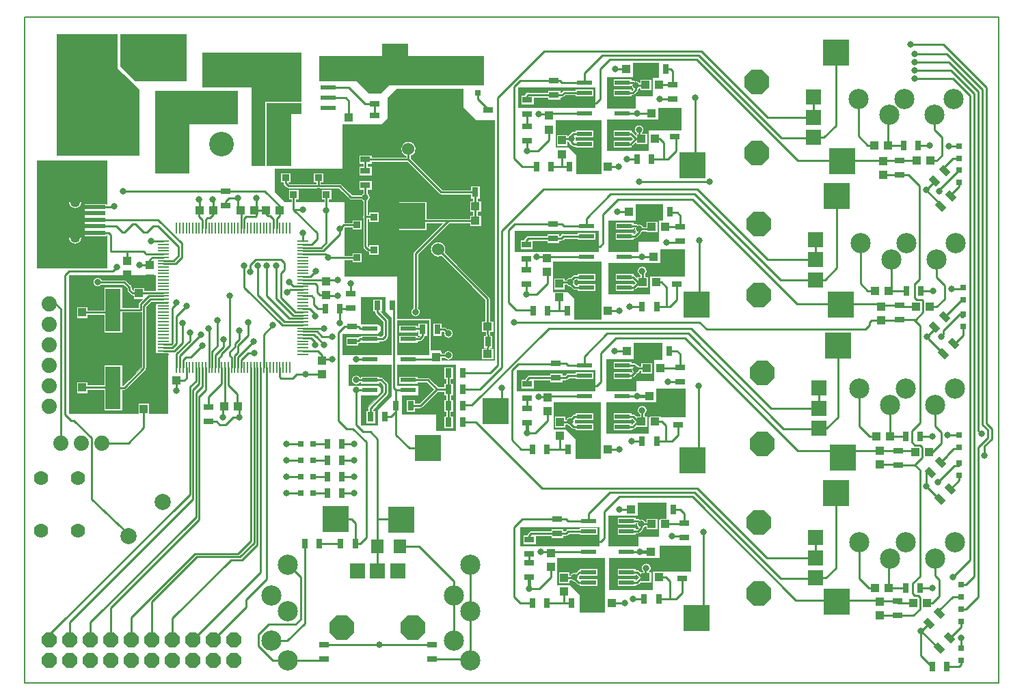
<source format=gbr>
%FSLAX24Y24*%
%MOIN*%
G04 EasyPC Gerber Version 16.0.4 Build 3240 *
%AMT11*0 Octagon Pad at angle 0*4,1,8,-0.01533,-0.03700,0.01533,-0.03700,0.03700,-0.01533,0.03700,0.01533,0.01533,0.03700,-0.01533,0.03700,-0.03700,0.01533,-0.03700,-0.01533,-0.01533,-0.03700,0*%
%ADD11T11*%
%AMT70*0 Octagon Pad at angle 0*4,1,8,-0.02446,-0.05906,0.02446,-0.05906,0.05906,-0.02446,0.05906,0.02446,0.02446,0.05906,-0.02446,0.05906,-0.05906,0.02446,-0.05906,-0.02446,-0.02446,-0.05906,0*%
%ADD70T70*%
%ADD89R,0.00900X0.05800*%
%ADD93R,0.03150X0.04724*%
%ADD100R,0.03346X0.03543*%
%ADD90R,0.03937X0.04331*%
%ADD102R,0.06299X0.07087*%
%ADD96R,0.07600X0.21000*%
%ADD103R,0.12500X0.12500*%
%ADD94R,0.03150X0.03150*%
%ADD19R,0.07400X0.07400*%
%ADD79C,0.00100*%
%ADD78C,0.00500*%
%ADD21C,0.01000*%
%ADD104C,0.01500*%
%ADD20C,0.03200*%
%ADD17C,0.05000*%
%ADD13C,0.06000*%
%ADD12C,0.07000*%
%ADD10C,0.07400*%
%ADD71C,0.07874*%
%ADD16C,0.08600*%
%ADD18C,0.09843*%
%ADD15C,0.12000*%
%ADD14C,0.17000*%
%ADD88R,0.05800X0.00900*%
%AMT95*0 Rectangle Pad at angle 45*21,1,0.03150,0.04724,0,0,45*%
%ADD95T95*%
%ADD98R,0.09843X0.01969*%
%ADD97R,0.07800X0.02200*%
%ADD92R,0.04724X0.03150*%
%ADD101R,0.03543X0.03346*%
%ADD91R,0.04331X0.03937*%
%ADD99R,0.09843X0.07874*%
X0Y0D02*
D02*
D10*
X2830Y13783D03*
Y14783D03*
Y15783D03*
Y16783D03*
Y17783D03*
Y18783D03*
X3380Y11983D03*
X4380D03*
X5380D03*
D02*
D11*
X2830Y1383D03*
Y2383D03*
X3830Y1383D03*
Y2383D03*
X4830Y1383D03*
Y2383D03*
X5830Y1383D03*
Y2383D03*
X6830Y1383D03*
Y2383D03*
X7830Y1383D03*
Y2383D03*
X8830Y1383D03*
Y2383D03*
X9830Y1383D03*
Y2383D03*
X10830Y1383D03*
Y2383D03*
X11830Y1383D03*
Y2383D03*
D02*
D12*
X2430Y7723D03*
Y10282D03*
X4202Y7723D03*
Y10282D03*
D02*
D13*
X20330Y26333D03*
X21780Y19433D03*
Y21433D03*
X22330Y26333D03*
D02*
D14*
X4911Y30783D03*
X6093Y28933D03*
X7274Y30783D03*
D02*
D15*
X11230Y26583D03*
Y28433D03*
Y30283D03*
D02*
D16*
X8830Y25783D03*
Y30783D03*
D02*
D17*
X4080Y22017D03*
Y23749D03*
D02*
D18*
X13664Y2333D03*
Y4538D03*
X14452Y1388D03*
Y3790D03*
Y6034D03*
X22564Y2333D03*
Y4538D03*
X23352Y1388D03*
Y3790D03*
Y6034D03*
X42273Y28789D03*
X42323Y7139D03*
Y14639D03*
X42373Y21739D03*
X43769Y28002D03*
X43819Y6352D03*
Y13852D03*
X43869Y20952D03*
X44517Y28789D03*
X44567Y7139D03*
Y14639D03*
X44617Y21739D03*
X45974Y28002D03*
X46024Y6352D03*
Y13852D03*
X46074Y20952D03*
X46919Y28789D03*
X46969Y7139D03*
Y14639D03*
X47019Y21739D03*
D02*
D19*
X17846Y5739D03*
X18830D03*
X19814D03*
X40086Y26899D03*
Y27883D03*
Y28868D03*
X40186Y5399D03*
Y6383D03*
Y7368D03*
Y19949D03*
Y20933D03*
Y21918D03*
X40336Y12699D03*
Y13683D03*
Y14668D03*
D02*
D70*
X17098Y2983D03*
X20562D03*
X37330Y26151D03*
Y29616D03*
X37430Y4651D03*
Y8116D03*
Y19201D03*
Y22666D03*
X37580Y11951D03*
Y15416D03*
D02*
D71*
X6695Y7448D03*
X8365Y9118D03*
D02*
D20*
X3680Y27283D03*
Y28283D03*
X4430Y16033D03*
Y17033D03*
X4680Y27283D03*
Y28283D03*
X5180Y19833D03*
X5980Y23533D03*
X6130Y20583D03*
X6430Y24283D03*
X7030Y18033D03*
X7230Y20683D03*
X7430Y14883D03*
X7730Y18483D03*
X7780Y21833D03*
X9030Y14533D03*
Y18833D03*
X9330Y17833D03*
X9530Y18683D03*
X9680Y17383D03*
X10130Y23883D03*
X10230Y17283D03*
X10280Y16733D03*
X10580Y17583D03*
X10780Y23883D03*
X11030Y17983D03*
X11280Y13233D03*
X11330Y17033D03*
X11630Y19183D03*
X12030Y23933D03*
X12080Y13233D03*
Y17483D03*
X12330Y20633D03*
X12530Y17883D03*
X12630Y20333D03*
X12780Y16933D03*
X12830Y16383D03*
X12930Y23933D03*
X12980Y20633D03*
X13430D03*
X13730Y17733D03*
X13880Y20633D03*
X14280Y26283D03*
Y27883D03*
X14380Y9533D03*
Y10333D03*
Y11133D03*
Y11933D03*
X14430Y19333D03*
X14530Y19833D03*
X15180Y22233D03*
Y23383D03*
X15330Y15333D03*
X15780Y16783D03*
Y18183D03*
X15830Y20383D03*
X16230Y16783D03*
Y17583D03*
X16330Y23333D03*
X16430Y21033D03*
X16630Y16083D03*
Y17183D03*
X16880Y19183D03*
Y19933D03*
X16980Y17833D03*
Y22433D03*
X17330Y30433D03*
X17530Y19779D03*
X17680Y9533D03*
Y10333D03*
Y11133D03*
Y11933D03*
X17780Y14563D03*
Y15063D03*
Y16063D03*
X18230Y23983D03*
X18330Y14013D03*
Y18163D03*
X18680Y30083D03*
X18930Y2133D03*
X19130Y15333D03*
X19180Y16613D03*
X20680Y18383D03*
X21080Y15463D03*
Y16563D03*
X21280Y30433D03*
X21830Y13763D03*
X22280Y16263D03*
Y17333D03*
X23280Y30233D03*
X24880Y14683D03*
X25480Y17883D03*
X26080Y19233D03*
X26130Y12483D03*
Y26233D03*
X26230Y4883D03*
X26580Y21083D03*
X26680Y14233D03*
Y28033D03*
X26780Y6683D03*
X28230Y13033D03*
Y19833D03*
X28280Y26829D03*
X28430Y5433D03*
X30380Y16483D03*
X30430Y30233D03*
X30530Y23283D03*
X30580Y25479D03*
X30626Y18433D03*
X30630Y8733D03*
Y11683D03*
X30880Y4183D03*
X30980Y25833D03*
X31130Y18633D03*
X31230Y12083D03*
X31280Y4383D03*
X31430Y15583D03*
Y29433D03*
X31480Y14283D03*
Y28083D03*
X31580Y22433D03*
Y24733D03*
Y27283D03*
X31630Y6683D03*
X31680Y8033D03*
X31730Y13583D03*
Y20383D03*
Y21083D03*
X31930Y5883D03*
X32580Y28783D03*
X32930Y21783D03*
X32980Y14983D03*
X33180Y7433D03*
X34330Y28833D03*
X34480Y14783D03*
X34530Y21883D03*
X34730Y7633D03*
X35030Y24733D03*
X44830Y31433D03*
X45030Y29783D03*
Y30183D03*
Y30583D03*
Y30983D03*
X45324Y2818D03*
X45580Y24333D03*
X45591Y9870D03*
X45630Y17183D03*
X45739Y26518D03*
X45874Y4918D03*
Y12318D03*
X45924Y19418D03*
X46135Y10088D03*
X46230Y24283D03*
X46330Y17183D03*
X46624Y12368D03*
X46689Y26468D03*
X46824Y19517D03*
X46880Y5433D03*
X47274Y2468D03*
X48280Y12433D03*
X48430Y11383D03*
D02*
D21*
X2830Y2383D02*
Y2633D01*
X9680Y9483*
Y14733*
X9970Y15023*
Y15683*
X2830Y18783D02*
X3130D01*
X3380Y18533*
Y11983*
X3830Y2383D02*
Y3233D01*
X9830Y9233*
Y14583*
X10130Y14883*
Y15683*
X4430Y14699D02*
X5930D01*
Y14683*
X4430Y18368D02*
X5930D01*
Y18483*
X4830Y2383D02*
Y3233D01*
X9980Y8383*
Y14433*
X10280Y14733*
Y15683*
X5064Y22253D02*
X5710D01*
X5830Y22133*
Y21333*
X6630*
X5064Y22883D02*
X8130D01*
X9280Y21733*
Y21033*
X8980Y20733*
X8380*
X5064Y23513D02*
X5980D01*
Y23533*
X5180Y19833D02*
X6480D01*
X6730Y19583*
Y19449*
X6880Y19299*
X7180*
X5380Y11983D02*
X6680D01*
X7430Y12733*
Y13649*
X5830Y2383D02*
Y3933D01*
X10130Y8233*
Y14283*
X10140*
X10440Y14583*
Y15683*
X6130Y20583D02*
X5930Y20383D01*
X3780*
X3580Y20183*
Y13383*
X3880Y13083*
X4030*
X4880Y12233*
Y9248*
X6780Y7433*
Y7448*
X6695*
X6430Y24283D02*
X13130D01*
X6630Y20868D02*
Y21333D01*
X7430*
X7530Y21233*
Y21213*
X8380*
X6830Y2383D02*
Y3483D01*
X9930Y6583*
X12030*
X12650Y7203*
Y15683*
X7430Y14883D02*
Y14318D01*
X7730Y20668D02*
X7230D01*
Y20683*
X7830Y2383D02*
Y4233D01*
X10030Y6433*
X12130*
X12800Y7103*
Y15683*
X8380Y16483D02*
X8930D01*
X9330Y16883*
Y17833*
X8380Y16643D02*
Y16633D01*
X8830*
X9030Y16833*
Y18183*
X9530Y18683*
X8380Y16803D02*
X8780D01*
X8830Y16853*
Y18583*
X9030Y18783*
Y18833*
X8380Y19003D02*
X7750D01*
X7430Y18683*
Y15633*
X6480Y14683*
X5930*
X8380Y19163D02*
X7680D01*
X7280Y18763*
Y18483*
X5930*
X8380Y19323D02*
X7180D01*
Y19299*
X8380Y20893D02*
X8880D01*
X9130Y21143*
Y21583*
X8130Y22583*
X7880*
X7580Y22283*
X7430*
X7030Y22683*
X6880*
X6480Y22283*
X6380*
X6095Y22568*
X5064*
X8380Y21053D02*
X7850D01*
X7730Y20933*
Y20668*
X8380Y21843D02*
X7780D01*
Y21833*
X9015Y15033D02*
Y14533D01*
X9030*
X9020Y15683D02*
X9030D01*
Y16333*
X9690Y16993*
Y17383*
X9680*
X9180Y15683D02*
Y16233D01*
X10230Y17283*
X9340Y15683D02*
Y16033D01*
X9490Y16183*
X9730*
X10280Y16733*
X9500Y15683D02*
Y15153D01*
X9380Y15033*
X9015*
X9830Y2383D02*
X13130Y5683D01*
X13120*
Y15683*
X10145Y23333D02*
Y23868D01*
X10130Y23883*
X10280Y22483D02*
Y22883D01*
X10130Y23033*
Y23333*
X10145*
X10440Y22483D02*
Y22893D01*
X10530Y22983*
X10665*
X10815Y23133*
Y23333*
X10580Y13029D02*
X10984D01*
X11130Y12883*
X11430*
X11780Y13233*
X12080*
X10580Y13738D02*
Y14233D01*
X11230Y14883*
Y15683*
X10600D02*
Y17583D01*
X10760Y15683D02*
Y16483D01*
X10780*
X11030Y16733*
Y17983*
X10815Y23333D02*
Y23883D01*
X10780*
X10830Y2383D02*
X12430Y3983D01*
Y4333*
X13430Y5333*
Y15683*
X10910D02*
Y16263D01*
X11330Y16683*
Y17033*
X11070Y15683D02*
Y16123D01*
X11230Y16283*
Y16333*
X11630Y16733*
Y19183*
X11280Y13233D02*
Y13783D01*
X11345*
X11390Y15683D02*
Y13783D01*
X11345*
X11430Y23579D02*
Y23783D01*
X11580Y23933*
X12030*
X11430Y24288D02*
Y24283D01*
X13130*
X11540Y15683D02*
Y14823D01*
X11980Y14383*
Y13783*
X12015*
X11700Y15683D02*
Y16183D01*
X11630Y16253*
Y16433*
X11880Y16683*
Y16833*
X12080Y17033*
Y17483*
X11860Y15683D02*
Y16233D01*
X12030Y16403*
Y16733*
X12530Y17233*
Y17883*
X12020Y15683D02*
Y16173D01*
X12780Y16933*
X12030Y23933D02*
Y23333D01*
X12145*
X12080Y13233D02*
Y13783D01*
X12015*
X12170Y15683D02*
Y16033D01*
X12520Y16383*
X12830*
X12170Y22483D02*
X12180D01*
Y23333*
X12145*
X12330Y20633D02*
Y19593D01*
X14180Y17743*
X15180*
X12330Y22483D02*
Y22933D01*
X12430Y23033*
X12880*
X12930Y23083*
Y23333*
X12815*
X12630Y20333D02*
Y20683D01*
X12880Y20933*
X14130*
X14280Y20783*
Y20433*
X14130Y20283*
Y19073*
X14830Y18373*
X15180*
X12815Y23333D02*
X13395D01*
X12930Y23933D02*
Y23333D01*
X12815*
X12960Y15683D02*
Y7013D01*
X12230Y6283*
X11680*
X8830Y3433*
Y2383*
X12980Y20633D02*
Y19203D01*
X14280Y17903*
X15180*
X13130Y24283D02*
X13330D01*
X14180Y23433*
X14065*
Y23333*
X13280Y15683D02*
Y17283D01*
X13730Y17733*
X13430Y20633D02*
Y19163D01*
X14530Y18063*
X15180*
X13750Y22483D02*
Y22913D01*
X13580Y23083*
X13480*
X13395Y23168*
Y23333*
X13880Y20633D02*
Y19033D01*
X14700Y18213*
X15180*
X13910Y22483D02*
Y22933D01*
X13930*
X14065Y23068*
Y23333*
X14060Y15683D02*
Y15203D01*
X14130Y15133*
X14680*
X14880Y15333*
X15330*
X14336Y24947D02*
Y24677D01*
X14480Y24533*
X15936*
X14430Y19333D02*
X14570Y19473D01*
X15180*
X14452Y1388D02*
X16230D01*
Y1429*
X14452Y6034D02*
X14479D01*
X15080Y5433*
Y3383*
X14830Y3133*
X13530*
X13030Y2633*
Y2088*
X13730Y1388*
X14452*
X14530Y19833D02*
X14730Y19633D01*
X15180*
X14730Y23383D02*
X15180D01*
X14730Y24120D02*
Y23383D01*
X15085Y9533D02*
X14380D01*
X15085Y10333D02*
X14380D01*
X15085Y11133D02*
X14380D01*
X15085Y11933D02*
X14380D01*
X15180Y17113D02*
X15580D01*
X15780Y16913*
Y16783*
X15180Y17273D02*
X15730D01*
X15830Y17173*
X15840*
X16230Y16783*
X15180Y17433D02*
X15880D01*
X16130Y17183*
X16630*
X15180Y17583D02*
X16230D01*
X15180Y19163D02*
X15600D01*
X15730Y19033*
Y18733*
X15930Y18533*
X16276*
X15180Y19793D02*
X15780D01*
X15880Y19693*
Y19349*
X16030Y19199*
X16330*
X15180Y19953D02*
X16330D01*
Y19868*
X15180Y21213D02*
X16280D01*
X16430Y21063*
Y21033*
X15180Y21363D02*
X16180D01*
X16980Y22163*
Y22433*
X15180Y21523D02*
X16070D01*
X16330Y21783*
Y23333*
X15180Y21683D02*
X15630D01*
X15880Y21933*
Y22233*
X14730Y23383*
X15180Y22233D02*
Y21843D01*
X15276Y7083D02*
Y3183D01*
X14426Y2333*
X13664*
X15675Y9533D02*
X16376D01*
X15675Y10333D02*
X16376D01*
X15675Y11133D02*
X16376D01*
X15675Y11933D02*
X16376D01*
X15780Y18183D02*
Y18283D01*
X15530Y18533*
X15180*
X15830Y20383D02*
X15550Y20103D01*
X15180*
X15936Y24947D02*
Y24533D01*
X16130Y15349D02*
X15995D01*
X15980Y15333*
X15330*
X16130Y16018D02*
Y16283D01*
X15930Y16483*
X15180*
X16130Y16018D02*
Y16083D01*
X16630*
X16230Y2138D02*
Y2133D01*
X18930*
X16330Y23333D02*
Y24120D01*
X16410Y28833D02*
X17280D01*
X17430Y28683*
Y27868*
X16410Y29333D02*
X17430D01*
X18030Y28733*
Y28729*
X18230Y28529*
X18680*
X16430Y21033D02*
X17817D01*
X16780Y8283D02*
X17534D01*
X17734Y8083*
Y7083*
X16880Y19183D02*
X16330D01*
Y19199*
X16880Y19933D02*
X16330D01*
Y19868*
X16980Y17833D02*
Y18533D01*
X16984*
X16980Y22433D02*
X17180Y22633D01*
X17817*
X16984Y18533D02*
X17347D01*
X17389Y18575*
X17530*
X17026Y7083D02*
X15984D01*
X17084Y9533D02*
X17680D01*
X17084Y10333D02*
X17680D01*
X17084Y11133D02*
X17680D01*
X17084Y11933D02*
X17680D01*
X17530Y19283D02*
Y19779D01*
X17580Y17668D02*
X17230D01*
X16930Y17368*
Y13083*
X17330Y12683*
X17630*
X18280Y12033*
Y7383*
X17980Y7083*
X17734*
X18230Y23033D02*
X18643D01*
X18230D02*
Y21577D01*
X18380Y21427*
X18643*
X18230Y23983D02*
X17530D01*
X16980Y24533*
X15936*
X18230Y23983D02*
Y23033D01*
Y23983D02*
Y24579D01*
Y25288D02*
Y25829D01*
X20330*
Y26333*
X18450Y14563D02*
X17780D01*
X18450Y15063D02*
X17780D01*
X18450Y16063D02*
X17780D01*
X18450Y17063D02*
X17980D01*
X17880Y16963*
X17580*
Y16959*
X18450Y17563D02*
X17980D01*
Y17568*
X17880Y17668*
X17580*
X18476Y13263D02*
Y13683D01*
X18480*
X19230Y14433*
Y14833*
X19000Y15063*
X18450*
X18680Y28529D02*
Y27988D01*
X18826Y18713D02*
X18830D01*
Y18363*
X19230Y17963*
Y17213*
X19080Y17063*
X18450*
X18829Y6933D02*
Y12183D01*
X18479Y12533*
X18130*
X17780Y12883*
Y14563*
X18829Y6933D02*
Y5739D01*
X18830*
X19534Y18713D02*
X19630D01*
Y14663*
X19730Y14563*
X20310*
X19726Y13813D02*
Y12383D01*
X20376Y11733*
X21280*
X19726Y13813D02*
Y13509D01*
X19480Y13263*
X19184*
X19726Y13813D02*
X19730D01*
Y14563*
X20310*
X19931Y6933D02*
X20864D01*
X22564Y5233*
Y4538*
X19980Y8233D02*
Y8283D01*
X18829*
Y6933*
X20310Y15063D02*
X21280D01*
X21730Y14613*
X22276*
X20310Y17563D02*
X21026D01*
Y17533*
X20330Y26333D02*
Y25833D01*
X21930Y24233*
X23576*
X20434Y13813D02*
X20930D01*
X21730Y14613*
X22280*
X21026Y17533D02*
Y17209D01*
X20880Y17063*
X20310*
X21480Y1429D02*
X23352D01*
Y1388*
X21480Y2138D02*
X18930D01*
Y2133*
X21680Y16179D02*
Y16063D01*
X20310*
X21734Y17533D02*
X22080D01*
X22280Y17333*
X21780Y21433D02*
X24180Y19033D01*
Y17683*
X22276Y13813D02*
Y13013D01*
Y14613D02*
Y14413D01*
X22280*
Y14613*
X22276Y15413D02*
Y14613D01*
X22280D02*
Y14013D01*
X22276*
Y13813*
X22280Y16263D02*
X21680D01*
Y16179*
X22564Y4538D02*
Y2333D01*
X22984Y13013D02*
X23630D01*
X26860Y9783*
X34430*
X37830Y6383*
X40186*
X22984Y13813D02*
Y13833D01*
X23430*
X27180Y17583*
X34130*
X38030Y13683*
X40336*
X22984Y14613D02*
X23830D01*
X24880Y15663*
Y22333*
X26914Y24368*
X34424*
X37858Y20933*
X40186*
X22984Y15413D02*
X24310D01*
X24680Y15783*
Y28833*
X26964Y31118*
X34624*
X37858Y27883*
X40086*
X23352Y1388D02*
Y3790D01*
Y6034*
X23576Y24233D02*
Y22833D01*
X20530*
Y23083*
X23576Y24233D02*
X23595Y23533D01*
Y22833D02*
X22280D01*
X20680Y21233*
Y18383*
X23595Y23533D02*
Y22833D01*
X23730Y29088D02*
Y28783D01*
X24230Y28283*
Y28238*
X24180Y16333D02*
X24200Y16933D01*
X24180Y17683*
X24580Y13533D02*
X24880D01*
Y14683*
X26080Y19729D02*
Y19233D01*
Y20438D02*
Y20979D01*
X26130Y14179D02*
Y13688D01*
Y26729D02*
Y26233D01*
Y27438D02*
Y28029D01*
Y28738D02*
Y28933D01*
X26180Y28983*
X27430*
Y28979*
X26230Y6579D02*
Y6138D01*
X26376Y11683D02*
X25830D01*
X25380Y12133*
Y15533*
X25680Y15833*
X27530*
Y15888*
X26680Y14233D02*
X27130D01*
Y14218*
X26680Y28033D02*
X27180D01*
Y27964*
X26780Y6683D02*
X27280D01*
Y6618*
X27080Y20349D02*
X27130D01*
Y19783*
X26580Y19233*
X26080*
X27080Y21018D02*
Y21083D01*
X26580*
X27084Y4183D02*
X28276D01*
X27130Y13549D02*
Y13083D01*
X26530Y12483*
X26130*
X27130Y18433D02*
X27680D01*
Y19099*
X27130Y18433D02*
X28071D01*
X27180Y27294D02*
Y26779D01*
X26634Y26233*
X26130*
X27280Y5949D02*
Y5433D01*
X26730Y4883*
X26230*
X27284Y25479D02*
X28176D01*
X27380Y21979D02*
X26171D01*
X26080Y21888*
Y21688*
X27380Y22688D02*
X25530D01*
X25230Y22388*
Y18838*
X25584Y18483*
X26421*
Y18433*
X27430Y28979D02*
X27830D01*
X27934Y29083*
X28900*
X27430Y29688D02*
X25784D01*
X25480Y29383*
Y25879*
X25880Y25479*
X26576*
X27430Y29688D02*
X27726D01*
X27830Y29583*
X28900*
X27530Y15179D02*
X26230D01*
X26130Y15079*
Y14888*
X27580Y7579D02*
X26330D01*
X26230Y7479*
Y7288*
X27580Y8288D02*
X25880D01*
X25480Y7888*
Y4483*
X25780Y4183*
X26376*
X27680Y19768D02*
Y19833D01*
X28230*
X27730Y12349D02*
Y11683D01*
X28126*
X27730Y13018D02*
X28230D01*
Y13033*
X27930Y4749D02*
Y4183D01*
X28276*
X27930Y5418D02*
X28430D01*
Y5433*
X28126Y11683D02*
X27084D01*
X28176Y25479D02*
X27830D01*
Y26094*
X28280Y26829D02*
X27830D01*
Y26764*
X28430Y5433D02*
X28680Y5683D01*
X29100*
X28900Y12783D02*
X28380D01*
X28230Y12933*
Y13033*
X28900Y13283D02*
X28430D01*
X28230Y13083*
Y13033*
X28900Y14283D02*
X27130D01*
Y14218*
X28900Y14783D02*
X29530D01*
X29730Y14983*
Y16383*
X30464Y17118*
X33824*
X39324Y11618*
X43324*
Y11602*
X28900Y15283D02*
X28130D01*
X28030Y15183*
Y15179*
X27530*
X28900Y15783D02*
X28130D01*
X28030Y15883*
X27530*
Y15888*
X28900Y26583D02*
Y26579D01*
X28380*
X28280Y26679*
Y26829*
X28900Y27083D02*
X28384D01*
X28280Y26979*
Y26829*
X28900Y28083D02*
X27180D01*
Y27964*
X28900Y28583D02*
X29480D01*
X29680Y28783*
Y30233*
X30164Y30718*
X34374*
X39324Y25768*
X43474*
Y25752*
X29000Y19583D02*
X28430D01*
X28230Y19783*
Y19833*
X29000Y20083D02*
X28430D01*
X28230Y19883*
Y19833*
X29000Y21083D02*
X27080D01*
Y21018*
X29000Y21583D02*
X29680D01*
X29830Y21733*
Y23133*
X30564Y23868*
X34174*
X39274Y18768*
X43374*
Y18652*
X29000Y22083D02*
X27880D01*
X27780Y21983*
X27380*
Y21979*
X29000Y22583D02*
X27930D01*
X27826Y22688*
X27380*
X29100Y5183D02*
X28630D01*
X28430Y5383*
Y5433*
X29100Y6683D02*
X27280D01*
Y6618*
X29100Y7183D02*
X29730D01*
X29880Y7333*
Y8633*
X30614Y9368*
X34174*
X39224Y4318*
X43324*
Y4252*
X29100Y7683D02*
X28130D01*
X28030Y7583*
X27580*
Y7579*
X29100Y8183D02*
X28130D01*
X28030Y8283*
X27580*
Y8288*
X30060Y18433D02*
X30626D01*
X30065Y11683D02*
X30630D01*
X30265Y4183D02*
X30880D01*
X30580Y25479D02*
X30065D01*
X30760Y12783D02*
X31280D01*
X31495Y12999*
Y13033*
X31695*
X30760Y13283D02*
X31280D01*
X31495Y13068*
Y13033*
X31695*
X30760Y14283D02*
X31480D01*
X30760Y15283D02*
X31230D01*
X31430Y15483*
Y15583*
X30760Y15783D02*
X31330D01*
X31430Y15683*
Y15583*
X30760Y26583D02*
X31180D01*
X31430Y26833*
X30760Y27083D02*
X31180D01*
X31430Y26833*
X30760Y28083D02*
X31480D01*
X30760Y29083D02*
X31280D01*
X31430Y29233*
Y29433*
X30860Y22083D02*
X31380D01*
X31580Y22283*
Y22433*
X30860Y22583D02*
X31430D01*
X31580Y22433*
X30945Y30233D02*
X30430D01*
X30960Y5183D02*
X31480D01*
X31695Y5399*
Y5433*
X31895*
X30960Y5683D02*
X31480D01*
X31695Y5468*
Y5433*
X31895*
X30960Y6683D02*
X31630D01*
X30960Y7683D02*
X31530D01*
X31680Y7833*
Y8033*
X30995Y16483D02*
X30380D01*
X31095Y23283D02*
X30530D01*
X31195Y8733D02*
X30630D01*
X31230Y12083D02*
X31726D01*
X31430Y26833D02*
X31695D01*
X31430Y29433D02*
X31280Y29583D01*
X30760*
X31476Y25833D02*
X30980D01*
X31580Y24733D02*
X35030D01*
X31580Y27283D02*
Y26833D01*
X31695*
X31680Y8033D02*
X31530Y8183D01*
X30960*
X31695Y13033D02*
X31730D01*
Y13583*
X31726Y18633D02*
X31130D01*
X31730Y21083D02*
X30860D01*
X31745Y19833D02*
Y20383D01*
X31730*
X31745Y19833D02*
X31530D01*
X31280Y20083*
X30860*
X31745Y19833D02*
X31580D01*
X31330Y19583*
X30860*
X31826Y4383D02*
X31280D01*
X31895Y5433D02*
Y5883D01*
X31930*
X31895Y29483D02*
Y29433D01*
X31430*
X31945Y15633D02*
X31430D01*
Y15583*
X32184Y25833D02*
X32330D01*
X32195Y8033D02*
X31680D01*
X32195Y22533D02*
Y22433D01*
X31580*
X32195Y28083D02*
X31480D01*
X32295Y21088D02*
X31730D01*
X32330Y25833D02*
X32980D01*
X33380Y26233*
Y26929*
X33330*
X32365Y26833D02*
X32580D01*
X32780Y26633*
Y25833*
X32330*
X32434Y12083D02*
X33180D01*
X33480Y12383*
Y12879*
X32434Y12083D02*
X32880D01*
Y12833*
X32680Y13033*
X32365*
X32434Y18633D02*
X32930D01*
Y19588*
X32684Y19833*
X32415*
X32434Y18633D02*
X33076D01*
X33430Y18988*
Y19729*
X32534Y4383D02*
X33380D01*
X33680Y4683*
Y5379*
X32534Y4383D02*
X33080D01*
Y5233*
X32880Y5433*
X32565*
X32580Y28783D02*
X33230D01*
Y28779*
X32615Y15633D02*
X33580D01*
Y15688*
X32865Y8033D02*
X33780D01*
Y8088*
X32930Y21783D02*
X33580D01*
Y21829*
X32980Y14983D02*
X33580D01*
Y14979*
X33180Y7433D02*
X33780D01*
Y7379*
X33230Y29488D02*
Y30133D01*
X33130Y30233*
X32884*
X33230Y29488D02*
X32565D01*
Y29483*
X33580Y15688D02*
Y16333D01*
X33430Y16483*
X33034*
X33580Y22538D02*
Y23088D01*
X33434Y23233*
X33084*
Y23283*
X33580Y22538D02*
X32865D01*
Y22533*
X33780Y8088D02*
Y8533D01*
X33580Y8733*
X33234*
X34330Y28833D02*
Y25533D01*
X34180*
X34480Y14783D02*
Y11133D01*
X34180*
X34530Y21883D02*
Y18733D01*
X34380*
X34730Y7633D02*
Y3433D01*
X34380*
X40086Y26899D02*
X40596D01*
X41180Y27483*
Y31033*
X40086Y26899D02*
Y26883D01*
X38524*
X34490Y30918*
X29784*
X28900Y30033*
Y29583*
X40086Y28868D02*
Y27883D01*
X40186Y5399D02*
X40696D01*
X41180Y5883*
Y9533*
X40186Y5399D02*
Y5383D01*
X38474*
X34290Y9568*
X30134*
X29100Y8533*
Y8183*
X40186Y7368D02*
Y6383D01*
Y19949D02*
Y19933D01*
X38480*
X34280Y24133*
X30180*
X29000Y22953*
Y22583*
X40186Y21918D02*
Y20933D01*
X40336Y12699D02*
X40730D01*
X41280Y13249*
Y16733*
X40336Y12699D02*
Y12683D01*
X38630*
X33980Y17333*
X30030*
X28900Y16203*
Y15783*
X40336Y14668D02*
Y13683D01*
X41230Y24033D02*
Y20533D01*
X40646Y19949*
X40186*
X42273Y28789D02*
Y26968D01*
X42723Y26518*
X43055*
X42323Y7139D02*
Y5368D01*
X42774Y4918*
X43089*
X42323Y14639D02*
Y12818D01*
X42823Y12318*
X43139*
X43089Y19417D02*
X42723D01*
X42373Y19767*
Y21489*
X42373*
Y21739*
X43324Y3583D02*
X44174D01*
Y3563*
X43324Y10933D02*
X44224D01*
Y10913*
X43324Y11602D02*
X44224D01*
Y11622*
X43374Y17983D02*
X42930D01*
X42830Y17883*
Y17733*
X42630Y17533*
X34880*
X34530Y17883*
X25480*
X43374Y17983D02*
X44274D01*
Y18013*
X43474Y25083D02*
X44274D01*
Y25063*
X43724Y26518D02*
Y28002D01*
X43769*
X43758Y19417D02*
X44619D01*
X43758D02*
X43874D01*
Y20701*
X43869*
Y20952*
X43759Y4918D02*
X44570D01*
X43759D02*
Y6352D01*
X43819*
X43809Y12318D02*
Y13852D01*
X43819*
X43809Y12318D02*
X44570D01*
X44174Y4272D02*
X43324D01*
Y4252*
X44224Y10913D02*
X45030D01*
X45280Y10663*
Y5483*
X44930Y5133*
Y4633*
X45030Y4533*
X45180*
X45280Y4433*
Y3883*
X44960Y3563*
X44174*
X44224Y11622D02*
X45045D01*
Y11533*
X44274Y18013D02*
X44980D01*
X45280Y17713*
Y12983*
X44880Y12583*
Y12033*
X45030Y11883*
X45280*
X45380Y11783*
Y11263*
X45030Y10913*
X44224*
X44274Y18722D02*
X43374D01*
Y18652*
X44274Y25063D02*
X44710D01*
X45239Y24533*
Y19983*
X45039Y19783*
X45030*
Y19083*
X45130Y18983*
X45380*
X45430Y18933*
Y18363*
X45080Y18013*
X44274*
Y25772D02*
X43474D01*
Y25752*
X44485Y26518D02*
X43724D01*
X44830Y31433D02*
X46430D01*
X48530Y29333*
Y12933*
X48780Y12683*
Y12183*
X48430Y11833*
Y11383*
X44945Y4183D02*
X44174D01*
Y4272*
X45030Y29783D02*
X46880D01*
X47730Y28933*
Y6283*
X46880Y5433*
X45030Y30183D02*
X46780D01*
X47930Y29033*
Y5483*
X47510Y5063*
X47274*
X45095Y18633D02*
X44274D01*
Y18722*
X45105Y25768D02*
X44274D01*
Y25772*
X45278Y4918D02*
X45874D01*
X45278Y12318D02*
X45874D01*
X45324Y2818D02*
Y2817D01*
X46174Y1967*
X46224*
X45324Y2818D02*
X45364D01*
X45729Y3183*
X45328Y19417D02*
X45924D01*
Y19418*
X45615Y4183D02*
X45890D01*
X46224Y4518*
Y5318*
X46024Y5518*
Y6352*
X45715Y11533D02*
X45890D01*
X46324Y11968*
Y12518*
X46024Y12818*
Y13852*
X45739Y26518D02*
X45194D01*
X45765Y18633D02*
X46089D01*
X46474Y19018*
Y19667*
X46074Y20067*
Y20952*
X46074*
X45774Y25768D02*
X46089D01*
X46339Y26018*
Y26918*
X45974Y27283*
Y28002*
X45779Y10533D02*
Y10554D01*
X45591*
Y9870*
X45870Y1068D02*
Y1118D01*
X45824*
X45324Y1618*
Y2818*
X45979Y17633D02*
Y17533D01*
X45630Y17183*
X45979Y24783D02*
Y24733D01*
X45580Y24333*
X46231Y3684D02*
Y3829D01*
X46874Y4472*
X47274*
X46235Y9237D02*
X46224D01*
X45591Y9870*
X46295Y23533D02*
Y23618D01*
X45580Y24333*
X46429Y16332D02*
Y16333D01*
X46430*
X45681Y17083*
Y17183*
X45630*
X46481Y18134D02*
X47264Y18917D01*
X47374*
Y18972*
X46578Y1068D02*
X47174D01*
X47274Y1168*
Y1372*
X46624Y12368D02*
X47174D01*
Y12363*
X46725Y2468D02*
X46674D01*
Y2418*
X47274Y3017*
Y3272*
X47274*
X46824Y19517D02*
X47374D01*
Y19562*
X47174Y10422D02*
Y10168D01*
X46736Y9718*
Y9739*
X47174Y11013D02*
Y10888D01*
X46935*
X46135Y10088*
X47174Y11772D02*
Y11718D01*
X46930*
X46630Y11418*
Y11383*
X46281Y11034*
X47189Y24722D02*
Y24518D01*
X46796Y24124*
Y24034*
X47189Y25313D02*
Y25233D01*
X47130*
X46230Y24333*
Y24283*
X47189Y25872D02*
X46889D01*
X46481Y25463*
Y25284*
X47189Y26463D02*
X46689D01*
Y26468*
X47274Y2468D02*
Y1963D01*
Y3863D02*
X47510D01*
X48130Y4483*
Y11783*
X48580Y12233*
Y12633*
X48330Y12883*
Y29233*
X46580Y30983*
X45030*
X47374Y17672D02*
Y17233D01*
X46974Y16833*
X46930*
X47374Y18263D02*
Y18133D01*
X47280*
Y18283*
X47230*
X46430Y17483*
Y17283*
X46330Y17183*
X48280Y12433D02*
X48130Y12583D01*
Y29133*
X46680Y30583*
X45030*
D02*
D78*
X1630Y283D02*
X49130D01*
Y32783*
X1630*
Y283*
D02*
D79*
X3180Y26033D02*
X7180D01*
Y29233*
X6130Y30283*
Y31933*
X3180*
Y26033*
G36*
X7180*
Y29233*
X6130Y30283*
Y31933*
X3180*
Y26033*
G37*
X5630Y22133D02*
X5626D01*
Y22085*
X4502*
Y23682*
X5626*
Y23633*
X5630*
Y25783*
X2230*
Y20533*
X5630*
Y22133*
X3760Y22017D02*
G75*
G02X4400I320D01*
G01*
G75*
G02X3760I-320*
G01*
Y23749D02*
G75*
G02X4400I320D01*
G01*
G75*
G02X3760I-320*
G01*
X2230Y22017D02*
G36*
Y20533D01*
X5630*
Y22017*
X4400*
G75*
G02X3760I-320*
G01*
X2230*
G37*
X3760D02*
G36*
G75*
G02X4400I320D01*
G01*
X5630*
Y22133*
X5626*
Y22085*
X4502*
Y23682*
X5626*
Y23633*
X5630*
Y23749*
X4400*
G75*
G02X3760I-320*
G01*
X2230*
Y22017*
X3760*
G37*
Y23749D02*
G36*
G75*
G02X4400I320D01*
G01*
X5630*
Y25783*
X2230*
Y23749*
X3760*
G37*
X6280Y31933D02*
Y30383D01*
X6980Y29683*
X9480*
Y31933*
X6280*
G36*
Y30383*
X6980Y29683*
X9480*
Y31933*
X6280*
G37*
X7163Y13433D02*
Y13935D01*
X7697*
Y13433*
X8580*
Y16363*
X8380*
G75*
G02X8346Y16368J120*
G01*
X8020*
Y16383*
X7980*
Y18783*
X8020*
Y18808*
X8580*
Y18883*
X7800*
X7550Y18634*
Y15633*
G75*
G02X7515Y15548I-120*
G01*
X6565Y14598*
G75*
G02X6480Y14563I-85J85*
G01*
X6380*
Y13563*
X5480*
Y14563*
X4697*
Y14412*
X4163*
Y14985*
X4697*
Y14834*
X5480*
Y15803*
X6380*
Y14803*
X6430*
X7310Y15683*
Y18367*
G75*
G02X7280Y18363I-30J116*
G01*
X6380*
Y17363*
X5480*
Y18248*
X4697*
Y18081*
X4163*
Y18654*
X4697*
Y18488*
X5480*
Y19603*
X6380*
Y18603*
X7160*
Y18763*
G75*
G02X7195Y18848I120*
G01*
X7359Y19012*
X6913*
Y19179*
X6880*
G75*
G02X6795Y19214J120*
G01*
X6645Y19364*
G75*
G02X6610Y19449I85J85*
G01*
Y19534*
X6430Y19713*
X5376*
G75*
G02X4950Y19833I-196J120*
G01*
G75*
G02X5376Y19953I230*
G01*
X6480*
G75*
G02X6565Y19918J-120*
G01*
X6815Y19668*
G75*
G02X6850Y19583I-85J-85*
G01*
Y19498*
X6913Y19435*
Y19585*
X7447*
Y19443*
X7980*
Y20183*
X3780*
Y13433*
X7163*
G36*
Y13935*
X7697*
Y13433*
X8580*
Y16363*
X8380*
G75*
G02X8346Y16368J120*
G01*
X8020*
Y16383*
X7980*
Y18783*
X8020*
Y18808*
X8580*
Y18883*
X7800*
X7550Y18634*
Y15633*
G75*
G02X7515Y15548I-120*
G01*
X6565Y14598*
G75*
G02X6480Y14563I-85J85*
G01*
X6380*
Y13563*
X5480*
Y14563*
X4697*
Y14412*
X4163*
Y14985*
X4697*
Y14834*
X5480*
Y15803*
X6380*
Y14803*
X6430*
X7310Y15683*
Y18367*
G75*
G02X7280Y18363I-30J116*
G01*
X6380*
Y17363*
X5480*
Y18248*
X4697*
Y18081*
X4163*
Y18654*
X4697*
Y18488*
X5480*
Y19603*
X6380*
Y18603*
X7160*
Y18763*
G75*
G02X7195Y18848I120*
G01*
X7359Y19012*
X6913*
Y19179*
X6880*
G75*
G02X6795Y19214J120*
G01*
X6645Y19364*
G75*
G02X6610Y19449I85J85*
G01*
Y19534*
X6430Y19713*
X5376*
G75*
G02X4950Y19833I-196J120*
G01*
G75*
G02X5376Y19953I230*
G01*
X6480*
G75*
G02X6565Y19918J-120*
G01*
X6815Y19668*
G75*
G02X6850Y19583I-85J-85*
G01*
Y19498*
X6913Y19435*
Y19585*
X7447*
Y19443*
X7980*
Y20183*
X3780*
Y13433*
X7163*
G37*
X7980Y25183D02*
X9630D01*
Y27583*
X11980*
Y29183*
X7980*
Y25183*
G36*
X9630*
Y27583*
X11980*
Y29183*
X7980*
Y25183*
G37*
X10280Y31033D02*
Y29383D01*
X12680*
Y25533*
X13330*
Y28683*
X15080*
Y31033*
X10280*
G36*
Y29383*
X12680*
Y25533*
X13330*
Y28683*
X15080*
Y31033*
X10280*
G37*
X13430Y28583D02*
Y25533D01*
X14580*
Y28083*
X15080*
Y28583*
X13430*
G36*
Y25533*
X14580*
Y28083*
X15080*
Y28583*
X13430*
G37*
X14610Y23783D02*
Y23873D01*
X14493*
Y24367*
X14967*
Y23873*
X14850*
Y23783*
X16210*
Y23873*
X16093*
Y24367*
X16567*
Y23873*
X16450*
Y23783*
X17230*
Y22753*
X17569*
Y22871*
X18064*
Y22396*
X17569*
Y22513*
X17230*
Y21153*
X17569*
Y21271*
X18064*
Y20796*
X17569*
Y20913*
X17230*
Y20133*
X19780*
Y18083*
X21430*
Y16533*
X21930*
Y16465*
X21947*
Y16383*
X22084*
G75*
G02X22280Y16493I196J-120*
G01*
G75*
G02Y16033J-230*
G01*
G75*
G02X22084Y16143J230*
G01*
X21947*
Y16033*
X24530*
Y27733*
X23630*
X22980Y28383*
Y29283*
X19780*
X19330Y28833*
Y27833*
X19030Y27533*
X17130*
Y25383*
X13830*
Y24233*
X14280Y23783*
X14610*
X14216Y24699D02*
X14099D01*
Y25194*
X14574*
Y24699*
X14484*
X14530Y24653*
X15816*
Y24699*
X15699*
Y25194*
X16174*
Y24699*
X16056*
Y24653*
X16980*
G75*
G02X17065Y24618J-120*
G01*
X17580Y24103*
X18034*
G75*
G02X18110Y24179I196J-120*
G01*
Y24351*
X17924*
Y24806*
X18536*
Y24351*
X18350*
Y24179*
G75*
G02X18460Y23983I-120J-196*
G01*
G75*
G02X18350Y23787I-230*
G01*
Y23153*
X18396*
Y23264*
X18891*
Y22790*
X18396*
Y22913*
X18350*
Y21627*
X18396Y21580*
Y21664*
X18891*
Y21190*
X18396*
Y21307*
X18380*
G75*
G02X18295Y21342J120*
G01*
X18145Y21492*
G75*
G02X18110Y21577I85J85*
G01*
Y22967*
G75*
G02X18093Y23033I120J66*
G01*
G75*
G02X18110Y23099I137*
G01*
Y23787*
G75*
G02X18034Y23863I120J196*
G01*
X17530*
G75*
G02X17445Y23898J120*
G01*
X16930Y24413*
X16002*
G75*
G02X15870I-66J120*
G01*
X14480*
G75*
G02X14395Y24448J120*
G01*
X14251Y24592*
G75*
G02X14216Y24677I85J85*
G01*
Y24699*
X18110Y25515D02*
Y25601D01*
X17924*
Y26056*
X18536*
Y25949*
X20210*
Y25983*
G75*
G02X20330Y26703I120J350*
G01*
G75*
G02X20450Y25983J-370*
G01*
Y25883*
X21980Y24353*
X23348*
Y24539*
X23803*
Y23927*
X23704*
X23708Y23800*
X23882*
Y23266*
X23715*
Y23100*
X23882*
Y22566*
X23309*
Y22713*
X22330*
X20800Y21184*
Y18579*
G75*
G02X20680Y18153I-120J-196*
G01*
G75*
G02X20560Y18579J230*
G01*
Y21233*
G75*
G02X20595Y21318I120*
G01*
X21990Y22713*
X21225*
Y22388*
X19835*
Y23778*
X21225*
Y22953*
X22280*
X23309*
Y23100*
X23456*
Y23266*
X23309*
Y23800*
X23456*
Y23927*
X23348*
Y24113*
X21930*
G75*
G02X21845Y24148J120*
G01*
X20285Y25709*
X18536*
Y25601*
X18350*
Y25515*
X18536*
Y25060*
X17924*
Y25515*
X18110*
X21943Y21101D02*
G75*
G02X21410Y21433I-163J332D01*
G01*
G75*
G02X22150I370*
G01*
G75*
G02X22112Y21271I-370J0*
G01*
X24265Y19118*
G75*
G02X24300Y19033I-85J-85*
G01*
Y17950*
X24467*
Y17416*
X24307*
X24312Y17239*
X24427*
Y16627*
X24310*
X24309Y16600*
X24467*
Y16066*
X23893*
Y16600*
X24069*
X24070Y16627*
X23972*
Y17239*
X24072*
X24067Y17416*
X23893*
Y17950*
X24060*
Y18984*
X21943Y21101*
X21962Y17413D02*
Y17227D01*
X21507*
Y17839*
X21962*
Y17653*
X22080*
G75*
G02X22165Y17618J-120*
G01*
X22226Y17557*
G75*
G02X22280Y17563I54J-224*
G01*
G75*
G02Y17103J-230*
G01*
G75*
G02X22056Y17387J230*
G01*
X22030Y17413*
X21962*
X17230Y23192D02*
G36*
Y22753D01*
X17569*
Y22871*
X18064*
Y22396*
X17569*
Y22513*
X17230*
Y21153*
X17569*
Y21271*
X18064*
Y20796*
X17569*
Y20913*
X17230*
Y20133*
X19780*
Y18935*
X20560*
Y21233*
G75*
G02X20595Y21318I120*
G01*
X21990Y22713*
X21225*
Y22388*
X19835*
Y23192*
X18891*
Y22790*
X18396*
Y22913*
X18350*
Y21627*
X18396Y21580*
Y21664*
X18891*
Y21190*
X18396*
Y21307*
X18380*
G75*
G02X18295Y21342J120*
G01*
X18145Y21492*
G75*
G02X18110Y21577I85J85*
G01*
Y22967*
G75*
G02Y23099I120J66*
G01*
Y23192*
X17230*
G37*
X18110D02*
G36*
Y23787D01*
G75*
G02X18034Y23863I120J196*
G01*
X17530*
G75*
G02X17445Y23898J120*
G01*
X16930Y24413*
X16002*
G75*
G02X15870I-66J120*
G01*
X14480*
G75*
G02X14395Y24448J120*
G01*
X14251Y24592*
G75*
G02X14216Y24677I85J85*
G01*
Y24699*
X14099*
Y25194*
X14574*
Y24699*
X14484*
X14530Y24653*
X15816*
Y24699*
X15699*
Y25194*
X16174*
Y24699*
X16056*
Y24653*
X16980*
G75*
G02X17065Y24618J-120*
G01*
X17580Y24103*
X18034*
G75*
G02X18110Y24179I196J-120*
G01*
Y24351*
X17924*
Y24806*
X18536*
Y24351*
X18350*
Y24179*
G75*
G02Y23787I-120J-196*
G01*
Y23153*
X18396*
Y23264*
X18891*
Y23192*
X19835*
Y23778*
X21225*
Y22953*
X23309*
Y23100*
X23456*
Y23266*
X23309*
Y23800*
X23456*
Y23927*
X23348*
Y24113*
X21930*
G75*
G02X21845Y24148J120*
G01*
X20285Y25709*
X18536*
Y25601*
X18350*
Y25515*
X18536*
Y25060*
X17924*
Y25515*
X18110*
Y25601*
X17924*
Y26056*
X18536*
Y25949*
X20210*
Y25983*
G75*
G02X20330Y26703I120J350*
G01*
G75*
G02X20450Y25983J-370*
G01*
Y25883*
X21980Y24353*
X23348*
Y24539*
X23803*
Y23927*
X23704*
X23708Y23800*
X23882*
Y23266*
X23715*
Y23192*
X24530*
Y27733*
X23630*
X22980Y28383*
Y29283*
X19780*
X19330Y28833*
Y27833*
X19030Y27533*
X17130*
Y25383*
X13830*
Y24233*
X14280Y23783*
X14610*
Y23873*
X14493*
Y24367*
X14967*
Y23873*
X14850*
Y23783*
X16210*
Y23873*
X16093*
Y24367*
X16567*
Y23873*
X16450*
Y23783*
X17230*
Y23192*
X18110*
G37*
X23715D02*
G36*
Y23100D01*
X23882*
Y22566*
X23309*
Y22713*
X22330*
X20800Y21184*
Y18935*
X24060*
Y18984*
X21943Y21101*
G75*
G02X21410Y21433I-163J332*
G01*
G75*
G02X22150I370*
G01*
G75*
G02X22112Y21271I-370J0*
G01*
X24265Y19118*
G75*
G02X24300Y19033I-85J-85*
G01*
Y18935*
X24530*
Y23192*
X23715*
G37*
X19780Y18935D02*
G36*
Y18083D01*
X21430*
Y17471*
X21507*
Y17839*
X21962*
Y17653*
X22080*
G75*
G02X22165Y17618J-120*
G01*
X22226Y17557*
G75*
G02X22280Y17563I54J-224*
G01*
G75*
G02X22464Y17471J-230*
G01*
X23893*
Y17950*
X24060*
Y18935*
X20800*
Y18579*
G75*
G02X20680Y18153I-120J-196*
G01*
G75*
G02X20560Y18579J230*
G01*
Y18935*
X19780*
G37*
X24300D02*
G36*
Y17950D01*
X24467*
Y17471*
X24530*
Y18935*
X24300*
G37*
X21430Y17471D02*
G36*
Y16533D01*
X21930*
Y16465*
X21947*
Y16383*
X22084*
G75*
G02X22280Y16493I196J-120*
G01*
G75*
G02Y16033J-230*
G01*
X24530*
Y17471*
X24467*
Y17416*
X24307*
X24312Y17239*
X24427*
Y16627*
X24310*
X24309Y16600*
X24467*
Y16066*
X23893*
Y16600*
X24069*
X24070Y16627*
X23972*
Y17239*
X24072*
X24067Y17416*
X23893*
Y17471*
X22464*
G75*
G02X22280Y17103I-184J-138*
G01*
G75*
G02X22056Y17387J230*
G01*
X22030Y17413*
X21962*
Y17227*
X21507*
Y17471*
X21430*
G37*
X22280Y16033D02*
G36*
G75*
G02X22084Y16143J230D01*
G01*
X21947*
Y16033*
X22280*
G37*
X15980Y30883D02*
Y29683D01*
X17780*
X18380Y29083*
X18980*
X19380Y29483*
X23980*
Y30883*
X15980*
G36*
Y29683*
X17780*
X18380Y29083*
X18980*
X19380Y29483*
X23980*
Y30883*
X15980*
G37*
X18880Y14383D02*
X18810Y14313D01*
X18030*
Y12863*
X18830*
Y13613*
X19480Y14263*
Y15813*
X17430*
Y14813*
X18850*
X18980Y14683*
Y14483*
X18910Y14413*
Y14383*
X18880*
X17976Y14943D02*
G75*
G02X17780Y14833I-196J120D01*
G01*
G75*
G02Y15293J230*
G01*
G75*
G02X17976Y15183J-230*
G01*
X17990*
Y15243*
X18910*
Y15199*
X19000*
G75*
G02X19096Y15159J-136*
G01*
X19326Y14929*
G75*
G02X19366Y14833I-96J-96*
G01*
Y14433*
G75*
G02X19326Y14337I-136*
G01*
X18611Y13627*
Y13569*
X18703*
Y12957*
X18248*
Y13569*
X18340*
Y13683*
G75*
G02X18380Y13780I136*
G01*
X19094Y14490*
Y14777*
X18944Y14928*
X18910*
Y14883*
X17990*
Y14943*
X17976*
X18030Y14125D02*
G36*
Y12863D01*
X18830*
Y13613*
X19342Y14125*
X19113*
X18611Y13627*
Y13569*
X18703*
Y12957*
X18248*
Y13569*
X18340*
Y13683*
G75*
G02X18380Y13780I136*
G01*
X18728Y14125*
X18030*
G37*
X18728D02*
G36*
X19094Y14490D01*
Y14777*
X18944Y14928*
X18910*
Y14883*
X17990*
Y14943*
X17976*
G75*
G02X17780Y14833I-196J120*
G01*
G75*
G02Y15293J230*
G01*
G75*
G02X17976Y15183J-230*
G01*
X17990*
Y15243*
X18910*
Y15199*
X19000*
G75*
G02X19096Y15159J-136*
G01*
X19326Y14929*
G75*
G02X19366Y14833I-96J-96*
G01*
Y14433*
G75*
G02X19326Y14337I-136*
G01*
X19113Y14125*
X19342*
X19480Y14263*
Y15813*
X17430*
Y14813*
X18850*
X18980Y14683*
Y14483*
X18910Y14413*
Y14383*
X18880*
X18810Y14313*
X18030*
Y14125*
X18728*
G37*
X18900Y17383D02*
X18830Y17313D01*
X17130*
Y16313*
X19480*
Y18113*
X19180Y18413*
Y19113*
X18030*
Y17813*
X18830*
X18900Y17743*
X18910*
Y17733*
X18980Y17663*
Y17463*
X18910Y17393*
Y17383*
X18900*
X17886Y16828D02*
Y16731D01*
X17274*
Y17186*
X17886*
Y17161*
G75*
G02X17980Y17199I94J-98*
G01*
X17990*
Y17243*
X18910*
Y17199*
X19024*
X19094Y17269*
Y17907*
X18730Y18267*
G75*
G02X18690Y18363I95J96*
G01*
Y18407*
X18598*
Y19019*
X19053*
Y18407*
X18974*
X19325Y18060*
G75*
G02X19366Y17963I-95J-96*
G01*
Y17213*
G75*
G02X19326Y17117I-136*
G01*
X19176Y16967*
G75*
G02X19080Y16928I-96J96*
G01*
X18910*
Y16883*
X17992*
X17976Y16867*
G75*
G02X17886Y16828I-96J96*
G01*
X18030Y17875D02*
G36*
Y17813D01*
X18830*
X18900Y17743*
X18910*
Y17733*
X18980Y17663*
Y17463*
X18910Y17393*
Y17383*
X18900*
X18830Y17313*
X17130*
Y16313*
X19480*
Y17875*
X19366*
Y17213*
G75*
G02X19326Y17117I-136*
G01*
X19176Y16967*
G75*
G02X19080Y16928I-96J96*
G01*
X18910*
Y16883*
X17992*
X17976Y16867*
G75*
G02X17886Y16828I-96J96*
G01*
Y16731*
X17274*
Y17186*
X17886*
Y17161*
G75*
G02X17980Y17199I94J-98*
G01*
X17990*
Y17243*
X18910*
Y17199*
X19024*
X19094Y17269*
Y17875*
X18030*
G37*
X19094D02*
G36*
Y17907D01*
X18730Y18267*
G75*
G02X18690Y18363I95J96*
G01*
Y18407*
X18598*
Y19019*
X19053*
Y18407*
X18974*
X19325Y18060*
G75*
G02X19366Y17963I-95J-96*
G01*
Y17875*
X19480*
Y18113*
X19180Y18413*
Y19113*
X18030*
Y17875*
X19094*
G37*
X19780Y17983D02*
Y16313D01*
X21330*
Y17983*
X19780*
X20770Y16943D02*
Y16883D01*
X19850*
Y17243*
X20770*
Y17183*
X20830*
X20874Y17227*
X20798*
Y17443*
X20770*
Y17383*
X19850*
Y17743*
X20770*
Y17683*
X20798*
Y17839*
X21253*
Y17227*
X21146*
Y17209*
G75*
G02X21111Y17124I-120*
G01*
X20965Y16978*
G75*
G02X20880Y16943I-85J85*
G01*
X20770*
X19780Y17361D02*
G36*
Y16313D01*
X21330*
Y17361*
X21253*
Y17227*
X21146*
Y17209*
G75*
G02X21111Y17124I-120*
G01*
X20965Y16978*
G75*
G02X20880Y16943I-85J85*
G01*
X20770*
Y16883*
X19850*
Y17243*
X20770*
Y17183*
X20830*
X20874Y17227*
X20798*
Y17361*
X19780*
G37*
X20798D02*
G36*
Y17443D01*
X20770*
Y17383*
X19850*
Y17743*
X20770*
Y17683*
X20798*
Y17839*
X21253*
Y17361*
X21330*
Y17983*
X19780*
Y17361*
X20798*
G37*
X22630Y15813D02*
X19780D01*
Y14813*
X20830*
Y14313*
X20030*
Y13413*
X21680*
Y12613*
X22630*
Y15813*
X20662Y13693D02*
Y13507D01*
X20207*
Y14119*
X20662*
Y13933*
X20880*
X21560Y14613*
X21230Y14943*
X20770*
Y14883*
X19850*
Y15243*
X20770*
Y15183*
X21280*
G75*
G02X21365Y15148J-120*
G01*
X21780Y14733*
X22048*
Y14919*
X22156*
Y15107*
X22048*
Y15719*
X22503*
Y15107*
X22396*
Y14919*
X22503*
Y14307*
X22416*
Y14119*
X22503*
Y13507*
X22396*
Y13319*
X22503*
Y12707*
X22048*
Y13319*
X22156*
Y13507*
X22048*
Y14119*
X22144*
Y14307*
X22048*
Y14493*
X21780*
X21015Y13728*
G75*
G02X20930Y13693I-85J85*
G01*
X20662*
X20030Y14213D02*
G36*
Y13413D01*
X21680*
Y12613*
X22630*
Y14213*
X22416*
Y14119*
X22503*
Y13507*
X22396*
Y13319*
X22503*
Y12707*
X22048*
Y13319*
X22156*
Y13507*
X22048*
Y14119*
X22144*
Y14307*
X22048*
Y14493*
X21780*
X21015Y13728*
G75*
G02X20930Y13693I-85J85*
G01*
X20662*
Y13507*
X20207*
Y14119*
X20662*
Y13933*
X20880*
X21160Y14213*
X20030*
G37*
X21160D02*
G36*
X21560Y14613D01*
X21230Y14943*
X20770*
Y14883*
X19850*
Y15243*
X20770*
Y15183*
X21280*
G75*
G02X21365Y15148J-120*
G01*
X21780Y14733*
X22048*
Y14919*
X22156*
Y15107*
X22048*
Y15719*
X22503*
Y15107*
X22396*
Y14919*
X22503*
Y14307*
X22416*
Y14213*
X22630*
Y15813*
X19780*
Y14813*
X20830*
Y14313*
X20030*
Y14213*
X21160*
G37*
X27413Y19383D02*
Y19385D01*
X27947*
Y19383*
X28080*
X28430Y19033*
Y18033*
X29730*
Y20833*
X27380*
Y19383*
X27413*
X27947Y19713D02*
Y19481D01*
X27413*
Y20054*
X27947*
Y19953*
X28034*
G75*
G02X28230Y20063I196J-120*
G01*
G75*
G02X28240Y20063I0J-230*
G01*
X28345Y20168*
G75*
G02X28430Y20203I85J-85*
G01*
X28540*
Y20263*
X29460*
Y19903*
X28540*
Y19963*
X28480*
X28441Y19925*
G75*
G02Y19742I-211J-91*
G01*
X28480Y19703*
X28540*
Y19763*
X29460*
Y19403*
X28540*
Y19463*
X28430*
G75*
G02X28345Y19498J120*
G01*
X28240Y19604*
G75*
G02X28230Y19603I-10J230*
G01*
G75*
G02X28034Y19713J230*
G01*
X27947*
X27380Y19833D02*
G36*
Y19383D01*
X27413*
Y19385*
X27947*
Y19383*
X28080*
X28430Y19033*
Y18033*
X29730*
Y19833*
X28460*
G75*
G02X28441Y19742I-230J0*
G01*
X28480Y19703*
X28540*
Y19763*
X29460*
Y19403*
X28540*
Y19463*
X28430*
G75*
G02X28345Y19498J120*
G01*
X28240Y19604*
G75*
G02X28230Y19603I-10J230*
G01*
G75*
G02X28034Y19713J230*
G01*
X27947*
Y19481*
X27413*
Y19833*
X27380*
G37*
X27413D02*
G36*
Y20054D01*
X27947*
Y19953*
X28034*
G75*
G02X28230Y20063I196J-120*
G01*
G75*
G02X28240Y20063I0J-230*
G01*
X28345Y20168*
G75*
G02X28430Y20203I85J-85*
G01*
X28540*
Y20263*
X29460*
Y19903*
X28540*
Y19963*
X28480*
X28441Y19925*
G75*
G02X28460Y19833I-211J-91*
G01*
X29730*
Y20833*
X27380*
Y19833*
X27413*
G37*
X27430Y13983D02*
Y12683D01*
X27980*
X28480Y12183*
Y11233*
X29680*
Y13983*
X27430*
X27997Y12882D02*
Y12731D01*
X27463*
Y13304*
X27997*
Y13154*
X28034*
G75*
G02X28230Y13263I196J-120*
G01*
G75*
G02X28240Y13263I0J-230*
G01*
X28345Y13368*
G75*
G02X28430Y13403I85J-85*
G01*
X28440*
Y13463*
X29360*
Y13103*
X28449*
G75*
G02Y12963I-219J-70*
G01*
X29360*
Y12603*
X28440*
Y12663*
X28380*
G75*
G02X28295Y12698J120*
G01*
X28186Y12808*
G75*
G02X28057Y12882I44J226*
G01*
X27997*
X27430Y13033D02*
G36*
Y12683D01*
X27980*
X28480Y12183*
Y11233*
X29680*
Y13033*
X28460*
G75*
G02X28449Y12963I-230*
G01*
X29360*
Y12603*
X28440*
Y12663*
X28380*
G75*
G02X28295Y12698J120*
G01*
X28186Y12808*
G75*
G02X28057Y12882I44J226*
G01*
X27997*
Y12731*
X27463*
Y13033*
X27430*
G37*
X27463D02*
G36*
Y13304D01*
X27997*
Y13154*
X28034*
G75*
G02X28230Y13263I196J-120*
G01*
G75*
G02X28240Y13263I0J-230*
G01*
X28345Y13368*
G75*
G02X28430Y13403I85J-85*
G01*
X28440*
Y13463*
X29360*
Y13103*
X28449*
G75*
G02X28460Y13033I-219J-70*
G01*
X29680*
Y13983*
X27430*
Y13033*
X27463*
G37*
X27530Y27729D02*
Y26429D01*
X28130*
X28530Y26029*
Y25129*
X29730*
Y27729*
X27530*
X28097Y26690D02*
Y26477D01*
X27563*
Y27050*
X28097*
Y26968*
G75*
G02X28173Y27032I183J-139*
G01*
G75*
G02X28195Y27064I107J-53*
G01*
X28299Y27168*
G75*
G02X28384Y27203I85J-85*
G01*
X28440*
Y27263*
X29360*
Y26903*
X28498*
G75*
G02X28500Y26763I-218J-74*
G01*
X29360*
Y26403*
X28440*
Y26448*
X28380*
G75*
G02X28286Y26485J136*
G01*
X28186Y26581*
G75*
G02X28150Y26639I94J98*
G01*
G75*
G02X28097Y26690I130J190*
G01*
X27530Y26833D02*
G36*
Y26429D01*
X28130*
X28530Y26029*
Y25129*
X29730*
Y26833*
X28510*
G75*
G02X28500Y26763I-230J-4*
G01*
X29360*
Y26403*
X28440*
Y26448*
X28380*
G75*
G02X28286Y26485J136*
G01*
X28186Y26581*
G75*
G02X28150Y26639I94J98*
G01*
G75*
G02X28097Y26690I130J190*
G01*
Y26477*
X27563*
Y26833*
X27530*
G37*
X27563D02*
G36*
Y27050D01*
X28097*
Y26968*
G75*
G02X28173Y27032I183J-139*
G01*
G75*
G02X28195Y27064I107J-53*
G01*
X28299Y27168*
G75*
G02X28384Y27203I85J-85*
G01*
X28440*
Y27263*
X29360*
Y26903*
X28498*
G75*
G02X28510Y26833I-218J-74*
G01*
X29730*
Y27729*
X27530*
Y26833*
X27563*
G37*
X27580Y6383D02*
Y5083D01*
X28180*
X28680Y4583*
Y3733*
X29880*
Y6383*
X27580*
X28197Y5282D02*
Y5131D01*
X27663*
Y5704*
X28197*
Y5554*
X28234*
G75*
G02X28430Y5663I196J-120*
G01*
G75*
G02X28484Y5657I0J-230*
G01*
X28595Y5768*
G75*
G02X28640Y5796I85J-85*
G01*
Y5863*
X29560*
Y5503*
X28670*
X28654Y5487*
G75*
G02X28649Y5363I-224J-54*
G01*
X29560*
Y5003*
X28640*
Y5063*
X28630*
G75*
G02X28545Y5098J120*
G01*
X28440Y5204*
G75*
G02X28430Y5203I-10J230*
G01*
G75*
G02X28257Y5282J230*
G01*
X28197*
X27580Y5433D02*
G36*
Y5083D01*
X28180*
X28680Y4583*
Y3733*
X29880*
Y5433*
X28660*
G75*
G02X28649Y5363I-230*
G01*
X29560*
Y5003*
X28640*
Y5063*
X28630*
G75*
G02X28545Y5098J120*
G01*
X28440Y5204*
G75*
G02X28430Y5203I-10J230*
G01*
G75*
G02X28257Y5282J230*
G01*
X28197*
Y5131*
X27663*
Y5433*
X27580*
G37*
X27663D02*
G36*
Y5704D01*
X28197*
Y5554*
X28234*
G75*
G02X28484Y5657I196J-120*
G01*
X28595Y5768*
G75*
G02X28640Y5796I85J-85*
G01*
Y5863*
X29560*
Y5503*
X28670*
X28654Y5487*
G75*
G02X28660Y5433I-224J-54*
G01*
X29880*
Y6383*
X27580*
Y5433*
X27663*
G37*
X29430Y14533D02*
Y15533D01*
X25630*
Y14533*
X29430*
X26016Y15115D02*
G75*
G02X26045Y15164I114J-36D01*
G01*
X26145Y15264*
G75*
G02X26230Y15299I85J-85*
G01*
X27224*
Y15406*
X27836*
Y15319*
X27974*
X28034Y15379*
G75*
G02X28130Y15419I96J-96*
G01*
X28440*
Y15463*
X29360*
Y15103*
X28440*
Y15148*
X28186*
X28126Y15087*
G75*
G02X28030Y15048I-96J96*
G01*
X27836*
Y14951*
X27224*
Y15059*
X26436*
Y14660*
X25824*
Y15115*
X26016*
X25630Y15062D02*
G36*
Y14533D01*
X29430*
Y15062*
X28090*
G75*
G02X28030Y15048I-60J122*
G01*
X27836*
Y14951*
X27224*
Y15059*
X26436*
Y14660*
X25824*
Y15062*
X25630*
G37*
X25824D02*
G36*
Y15115D01*
X26016*
G75*
G02X26045Y15164I114J-36*
G01*
X26145Y15264*
G75*
G02X26230Y15299I85J-85*
G01*
X27224*
Y15406*
X27836*
Y15319*
X27974*
X28034Y15379*
G75*
G02X28130Y15419I96J-96*
G01*
X28440*
Y15463*
X29360*
Y15103*
X28440*
Y15148*
X28186*
X28126Y15087*
G75*
G02X28090Y15062I-96J96*
G01*
X29430*
Y15533*
X25630*
Y15062*
X25824*
G37*
X29430Y28383D02*
Y29329D01*
X25680*
Y28383*
X29430*
X25998Y28965D02*
G75*
G02X26034Y29029I132J-32D01*
G01*
X26084Y29079*
G75*
G02X26180Y29119I96J-96*
G01*
X27124*
Y29206*
X27736*
Y29099*
X27780*
X27849Y29168*
G75*
G02X27934Y29203I85J-85*
G01*
X28440*
Y29263*
X29360*
Y28903*
X28440*
Y28963*
X27984*
X27915Y28894*
G75*
G02X27830Y28859I-85J85*
G01*
X27736*
Y28751*
X27124*
Y28848*
X26436*
Y28510*
X25824*
Y28965*
X25998*
X25680Y28887D02*
G36*
Y28383D01*
X29430*
Y28887*
X27907*
G75*
G02X27830Y28859I-77J92*
G01*
X27736*
Y28751*
X27124*
Y28848*
X26436*
Y28510*
X25824*
Y28887*
X25680*
G37*
X25824D02*
G36*
Y28965D01*
X25998*
G75*
G02X26034Y29029I132J-32*
G01*
X26084Y29079*
G75*
G02X26180Y29119I96J-96*
G01*
X27124*
Y29206*
X27736*
Y29099*
X27780*
X27849Y29168*
G75*
G02X27934Y29203I85J-85*
G01*
X28440*
Y29263*
X29360*
Y28903*
X28440*
Y28963*
X27984*
X27915Y28894*
G75*
G02X27907Y28887I-85J85*
G01*
X29430*
Y29329*
X25680*
Y28887*
X25824*
G37*
X29580Y21333D02*
Y22333D01*
X25530*
Y21333*
X29580*
X25963Y21915D02*
G75*
G02X25995Y21972I117J-28D01*
G01*
X26086Y22064*
G75*
G02X26171Y22099I85J-85*
G01*
X27074*
Y22206*
X27686*
Y22119*
X27724*
X27784Y22179*
G75*
G02X27880Y22219I96J-96*
G01*
X28540*
Y22263*
X29460*
Y21903*
X28540*
Y21948*
X27936*
X27876Y21887*
G75*
G02X27780Y21848I-96J96*
G01*
X27686*
Y21751*
X27074*
Y21859*
X26386*
Y21460*
X25774*
Y21915*
X25963*
X25530Y21862D02*
G36*
Y21333D01*
X29580*
Y21862*
X27840*
G75*
G02X27780Y21848I-60J122*
G01*
X27686*
Y21751*
X27074*
Y21859*
X26386*
Y21460*
X25774*
Y21862*
X25530*
G37*
X25774D02*
G36*
Y21915D01*
X25963*
G75*
G02X25995Y21972I117J-28*
G01*
X26086Y22064*
G75*
G02X26171Y22099I85J-85*
G01*
X27074*
Y22206*
X27686*
Y22119*
X27724*
X27784Y22179*
G75*
G02X27880Y22219I96J-96*
G01*
X28540*
Y22263*
X29460*
Y21903*
X28540*
Y21948*
X27936*
X27876Y21887*
G75*
G02X27840Y21862I-96J96*
G01*
X29580*
Y22333*
X25530*
Y21862*
X25774*
G37*
X29630Y6983D02*
Y7883D01*
X25780*
Y6983*
X29630*
X26116Y7515D02*
G75*
G02X26145Y7564I114J-36D01*
G01*
X26245Y7664*
G75*
G02X26330Y7699I85J-85*
G01*
X27274*
Y7806*
X27886*
Y7719*
X27974*
X28034Y7779*
G75*
G02X28130Y7819I96J-96*
G01*
X28640*
Y7863*
X29560*
Y7503*
X28640*
Y7548*
X28186*
X28126Y7487*
G75*
G02X28030Y7448I-96J96*
G01*
X27886*
Y7351*
X27274*
Y7459*
X26536*
Y7060*
X25924*
Y7515*
X26116*
X25780Y7462D02*
G36*
Y6983D01*
X29630*
Y7462*
X28090*
G75*
G02X28030Y7448I-60J122*
G01*
X27886*
Y7351*
X27274*
Y7459*
X26536*
Y7060*
X25924*
Y7462*
X25780*
G37*
X25924D02*
G36*
Y7515D01*
X26116*
G75*
G02X26145Y7564I114J-36*
G01*
X26245Y7664*
G75*
G02X26330Y7699I85J-85*
G01*
X27274*
Y7806*
X27886*
Y7719*
X27974*
X28034Y7779*
G75*
G02X28130Y7819I96J-96*
G01*
X28640*
Y7863*
X29560*
Y7503*
X28640*
Y7548*
X28186*
X28126Y7487*
G75*
G02X28090Y7462I-96J96*
G01*
X29630*
Y7883*
X25780*
Y7462*
X25924*
G37*
X29980Y14533D02*
X31430D01*
Y15033*
X32280*
Y16083*
X32680*
Y16883*
X31330*
Y16083*
X29980*
Y14533*
X31201Y15603D02*
X30300D01*
Y15963*
X31220*
Y15903*
X31330*
G75*
G02X31415Y15868J-120*
G01*
X31474Y15809*
G75*
G02X31585Y15753I-44J-226*
G01*
X31659*
Y15900*
X32232*
Y15366*
X31659*
Y15513*
X31649*
G75*
G02X31474Y15358I-219J70*
G01*
X31315Y15198*
G75*
G02X31230Y15163I-85J85*
G01*
X31220*
Y15103*
X30300*
Y15463*
X31220*
Y15443*
X31236Y15459*
G75*
G02X31201Y15603I194J124*
G01*
X29980Y15533D02*
G36*
Y14533D01*
X31430*
Y15033*
X32280*
Y15533*
X32232*
Y15366*
X31659*
Y15513*
X31649*
G75*
G02X31474Y15358I-219J70*
G01*
X31315Y15198*
G75*
G02X31230Y15163I-85J85*
G01*
X31220*
Y15103*
X30300*
Y15463*
X31220*
Y15443*
X31236Y15459*
G75*
G02X31205Y15533I194J124*
G01*
X29980*
G37*
X31205D02*
G36*
G75*
G02X31201Y15603I225J50D01*
G01*
X30300*
Y15963*
X31220*
Y15903*
X31330*
G75*
G02X31415Y15868J-120*
G01*
X31474Y15809*
G75*
G02X31585Y15753I-44J-226*
G01*
X31659*
Y15900*
X32232*
Y15533*
X32280*
Y16083*
X32680*
Y16883*
X31330*
Y16083*
X29980*
Y15533*
X31205*
G37*
X30080Y19283D02*
X32080D01*
Y20133*
X33780*
Y21433*
X32630*
Y20783*
X30080*
Y19283*
X31290Y19903D02*
X30400D01*
Y20263*
X31320*
Y20196*
G75*
G02X31365Y20168I-40J-113*
G01*
X31459Y20074*
Y20100*
X31610*
Y20187*
G75*
G02X31730Y20613I120J196*
G01*
G75*
G02X31881Y20210J-230*
G01*
Y20100*
X32032*
Y19566*
X31483*
X31415Y19498*
G75*
G02X31330Y19463I-85J85*
G01*
X31320*
Y19403*
X30400*
Y19763*
X31320*
Y19743*
X31385Y19808*
X31290Y19903*
X30080Y20008D02*
G36*
Y19283D01*
X32080*
Y20008*
X32032*
Y19566*
X31483*
X31415Y19498*
G75*
G02X31330Y19463I-85J85*
G01*
X31320*
Y19403*
X30400*
Y19763*
X31320*
Y19743*
X31385Y19808*
X31290Y19903*
X30400*
Y20008*
X30080*
G37*
X30400D02*
G36*
Y20263D01*
X31320*
Y20196*
G75*
G02X31365Y20168I-40J-113*
G01*
X31459Y20074*
Y20100*
X31610*
Y20187*
G75*
G02X31730Y20613I120J196*
G01*
G75*
G02X31881Y20210J-230*
G01*
Y20100*
X32032*
Y20008*
X32080*
Y20133*
X33780*
Y21433*
X32630*
Y20783*
X30080*
Y20008*
X30400*
G37*
X30080Y21333D02*
X31530D01*
Y21833*
X32530*
Y22883*
X32730*
Y23633*
X31430*
Y22833*
X30080*
Y21333*
X31320Y21963D02*
Y21903D01*
X30400*
Y22263*
X31320*
Y22203*
X31330*
X31408Y22281*
G75*
G02X31352Y22463I172J152*
G01*
X31320*
Y22403*
X30400*
Y22763*
X31320*
Y22703*
X31430*
G75*
G02X31515Y22668J-120*
G01*
X31526Y22657*
G75*
G02X31580Y22663I54J-224*
G01*
G75*
G02X31776Y22553J-230*
G01*
X31909*
Y22800*
X32482*
Y22266*
X31909*
Y22313*
X31776*
G75*
G02X31687Y22230I-196J120*
G01*
G75*
G02X31665Y22198I-107J53*
G01*
X31465Y21998*
G75*
G02X31380Y21963I-85J85*
G01*
X31320*
X30080Y22352D02*
G36*
Y21333D01*
X31530*
Y21833*
X32530*
Y22352*
X32482*
Y22266*
X31909*
Y22313*
X31776*
G75*
G02X31687Y22230I-196J120*
G01*
G75*
G02X31665Y22198I-107J53*
G01*
X31465Y21998*
G75*
G02X31380Y21963I-85J85*
G01*
X31320*
Y21903*
X30400*
Y22263*
X31320*
Y22203*
X31330*
X31408Y22281*
G75*
G02X31365Y22352I172J152*
G01*
X30080*
G37*
X31365D02*
G36*
G75*
G02X31352Y22463I215J82D01*
G01*
X31320*
Y22403*
X30400*
Y22763*
X31320*
Y22703*
X31430*
G75*
G02X31515Y22668J-120*
G01*
X31526Y22657*
G75*
G02X31776Y22553I54J-224*
G01*
X31909*
Y22800*
X32482*
Y22352*
X32530*
Y22883*
X32730*
Y23633*
X31430*
Y22833*
X30080*
Y22352*
X31365*
G37*
X30130Y4833D02*
X32230D01*
Y5733*
X34080*
Y6983*
X32580*
Y6383*
X30130*
Y4833*
X31420Y5048D02*
Y5003D01*
X30500*
Y5363*
X31420*
Y5319*
X31424*
X31549Y5444*
X31430Y5563*
X31420*
Y5503*
X30500*
Y5863*
X31420*
Y5803*
X31480*
G75*
G02X31565Y5768J-120*
G01*
X31633Y5700*
X31775*
Y5713*
G75*
G02X31930Y6113I155J170*
G01*
G75*
G02X32069Y5700J-230*
G01*
X32182*
Y5166*
X31655*
X31576Y5087*
G75*
G02X31480Y5048I-96J96*
G01*
X31420*
X30130Y5558D02*
G36*
Y4833D01*
X32230*
Y5558*
X32182*
Y5166*
X31655*
X31576Y5087*
G75*
G02X31480Y5048I-96J96*
G01*
X31420*
Y5003*
X30500*
Y5363*
X31420*
Y5319*
X31424*
X31549Y5444*
X31430Y5563*
X31420*
Y5503*
X30500*
Y5558*
X30130*
G37*
X30500D02*
G36*
Y5863D01*
X31420*
Y5803*
X31480*
G75*
G02X31565Y5768J-120*
G01*
X31633Y5700*
X31775*
Y5713*
G75*
G02X31930Y6113I155J170*
G01*
G75*
G02X32069Y5700J-230*
G01*
X32182*
Y5558*
X32230*
Y5733*
X34080*
Y6983*
X32580*
Y6383*
X30130*
Y5558*
X30500*
G37*
X31280Y30533D02*
Y29833D01*
X30030*
Y28333*
X31380*
Y28933*
X32230*
Y29833*
X32530*
Y30533*
X31280*
X31202Y29403D02*
X30300D01*
Y29763*
X31220*
Y29703*
X31280*
G75*
G02X31365Y29668J-120*
G01*
X31376Y29657*
G75*
G02X31430Y29663I54J-224*
G01*
G75*
G02X31609Y29578J-230*
G01*
Y29750*
X32182*
Y29216*
X31609*
Y29289*
G75*
G02X31550Y29237I-179J145*
G01*
Y29233*
G75*
G02X31515Y29148I-120*
G01*
X31365Y28998*
G75*
G02X31280Y28963I-85J85*
G01*
X31220*
Y28903*
X30300*
Y29263*
X31220*
Y29203*
X31230*
X31283Y29256*
G75*
G02X31202Y29403I147J177*
G01*
X30030Y29333D02*
G36*
Y28333D01*
X31380*
Y28933*
X32230*
Y29333*
X32182*
Y29216*
X31609*
Y29289*
G75*
G02X31550Y29237I-179J145*
G01*
Y29233*
G75*
G02X31515Y29148I-120*
G01*
X31365Y28998*
G75*
G02X31280Y28963I-85J85*
G01*
X31220*
Y28903*
X30300*
Y29263*
X31220*
Y29203*
X31230*
X31283Y29256*
G75*
G02X31223Y29333I147J177*
G01*
X30030*
G37*
X31223D02*
G36*
G75*
G02X31202Y29403I207J100D01*
G01*
X30300*
Y29763*
X31220*
Y29703*
X31280*
G75*
G02X31365Y29668J-120*
G01*
X31376Y29657*
G75*
G02X31609Y29578I54J-224*
G01*
Y29750*
X32182*
Y29333*
X32230*
Y29833*
X32530*
Y30533*
X31280*
Y29833*
X30030*
Y29333*
X31223*
G37*
X32078Y13283D02*
Y13300D01*
X32651*
Y13283*
X33830*
Y14633*
X32430*
Y13983*
X29980*
Y12483*
X32030*
Y13283*
X32078*
X31220Y12648D02*
Y12603D01*
X30300*
Y12963*
X31220*
Y12919*
X31224*
X31349Y13044*
X31230Y13163*
X31220*
Y13103*
X30300*
Y13463*
X31220*
Y13403*
X31280*
G75*
G02X31365Y13368J-120*
G01*
X31433Y13300*
X31610*
Y13387*
G75*
G02X31730Y13813I120J196*
G01*
G75*
G02X31850Y13387J-230*
G01*
Y13300*
X31982*
Y12766*
X31455*
X31376Y12687*
G75*
G02X31280Y12648I-96J96*
G01*
X31220*
X29980Y13208D02*
G36*
Y12483D01*
X32030*
Y13208*
X31982*
Y12766*
X31455*
X31376Y12687*
G75*
G02X31280Y12648I-96J96*
G01*
X31220*
Y12603*
X30300*
Y12963*
X31220*
Y12919*
X31224*
X31349Y13044*
X31230Y13163*
X31220*
Y13103*
X30300*
Y13208*
X29980*
G37*
X30300D02*
G36*
Y13463D01*
X31220*
Y13403*
X31280*
G75*
G02X31365Y13368J-120*
G01*
X31433Y13300*
X31610*
Y13387*
G75*
G02X31730Y13813I120J196*
G01*
G75*
G02X31850Y13387J-230*
G01*
Y13300*
X31982*
Y13208*
X32030*
Y13283*
X32078*
Y13300*
X32651*
Y13283*
X33830*
Y14633*
X32430*
Y13983*
X29980*
Y13208*
X30300*
G37*
X32578Y8283D02*
Y8300D01*
X32880*
Y9083*
X31530*
Y8433*
X30080*
Y6983*
X31530*
Y7433*
X32530*
Y8283*
X32578*
X31420Y7563D02*
Y7503D01*
X30500*
Y7863*
X31420*
Y7803*
X31480*
X31533Y7856*
G75*
G02X31452Y8063I147J177*
G01*
X31420*
Y8003*
X30500*
Y8363*
X31420*
Y8303*
X31530*
G75*
G02X31615Y8268J-120*
G01*
X31626Y8257*
G75*
G02X31680Y8263I54J-224*
G01*
G75*
G02X31876Y8153J-230*
G01*
X31909*
Y8300*
X32482*
Y7766*
X31909*
Y7913*
X31876*
G75*
G02X31800Y7837I-196J120*
G01*
Y7833*
G75*
G02X31765Y7748I-120*
G01*
X31615Y7598*
G75*
G02X31530Y7563I-85J85*
G01*
X31420*
X30080Y7933D02*
G36*
Y6983D01*
X31530*
Y7433*
X32530*
Y7933*
X32482*
Y7766*
X31909*
Y7913*
X31876*
G75*
G02X31800Y7837I-196J120*
G01*
Y7833*
G75*
G02X31765Y7748I-120*
G01*
X31615Y7598*
G75*
G02X31530Y7563I-85J85*
G01*
X31420*
Y7503*
X30500*
Y7863*
X31420*
Y7803*
X31480*
X31533Y7856*
G75*
G02X31473Y7933I147J177*
G01*
X30080*
G37*
X31473D02*
G36*
G75*
G02X31452Y8063I207J100D01*
G01*
X31420*
Y8003*
X30500*
Y8363*
X31420*
Y8303*
X31530*
G75*
G02X31615Y8268J-120*
G01*
X31626Y8257*
G75*
G02X31876Y8153I54J-224*
G01*
X31909*
Y8300*
X32482*
Y7933*
X32530*
Y8283*
X32578*
Y8300*
X32880*
Y9083*
X31530*
Y8433*
X30080*
Y7933*
X31473*
G37*
X33630Y27283D02*
Y28333D01*
X32530*
Y27783*
X30030*
Y26283*
X32030*
Y27283*
X33630*
X31190Y26763D02*
X31260Y26833D01*
X31190Y26903*
X30300*
Y27263*
X31220*
Y27196*
G75*
G02X31265Y27168I-40J-113*
G01*
X31409Y27024*
Y27100*
X31441*
G75*
G02X31580Y27513I139J183*
G01*
G75*
G02X31719Y27100J-230*
G01*
X31982*
Y26566*
X31409*
Y26642*
X31265Y26498*
G75*
G02X31220Y26470I-85J85*
G01*
Y26403*
X30300*
Y26763*
X31190*
X30030Y26958D02*
G36*
Y26283D01*
X32030*
Y26958*
X31982*
Y26566*
X31409*
Y26642*
X31265Y26498*
G75*
G02X31220Y26470I-85J85*
G01*
Y26403*
X30300*
Y26763*
X31190*
X31260Y26833*
X31190Y26903*
X30300*
Y26958*
X30030*
G37*
X30300D02*
G36*
Y27263D01*
X31220*
Y27196*
G75*
G02X31265Y27168I-40J-113*
G01*
X31409Y27024*
Y27100*
X31441*
G75*
G02X31580Y27513I139J183*
G01*
G75*
G02X31719Y27100J-230*
G01*
X31982*
Y26958*
X32030*
Y27283*
X33630*
Y28333*
X32530*
Y27783*
X30030*
Y26958*
X30300*
G37*
D02*
D88*
X8380Y16323D03*
Y16483D03*
Y16643D03*
Y16803D03*
Y16953D03*
Y17113D03*
Y17273D03*
Y17433D03*
Y17583D03*
Y17743D03*
Y17903D03*
Y18063D03*
Y18213D03*
Y18373D03*
Y18533D03*
Y18693D03*
Y18843D03*
Y19003D03*
Y19163D03*
Y19323D03*
Y19473D03*
Y19633D03*
Y19793D03*
Y19953D03*
Y20103D03*
Y20263D03*
Y20423D03*
Y20583D03*
Y20733D03*
Y20893D03*
Y21053D03*
Y21213D03*
Y21363D03*
Y21523D03*
Y21683D03*
Y21843D03*
X15180Y16323D03*
Y16483D03*
Y16643D03*
Y16803D03*
Y16953D03*
Y17113D03*
Y17273D03*
Y17433D03*
Y17583D03*
Y17743D03*
Y17903D03*
Y18063D03*
Y18213D03*
Y18373D03*
Y18533D03*
Y18693D03*
Y18843D03*
Y19003D03*
Y19163D03*
Y19323D03*
Y19473D03*
Y19633D03*
Y19793D03*
Y19953D03*
Y20103D03*
Y20263D03*
Y20423D03*
Y20583D03*
Y20733D03*
Y20893D03*
Y21053D03*
Y21213D03*
Y21363D03*
Y21523D03*
Y21683D03*
Y21843D03*
D02*
D89*
X9020Y15683D03*
Y22483D03*
X9180Y15683D03*
Y22483D03*
X9340Y15683D03*
Y22483D03*
X9500Y15683D03*
Y22483D03*
X9650Y15683D03*
Y22483D03*
X9810Y15683D03*
Y22483D03*
X9970Y15683D03*
Y22483D03*
X10130Y15683D03*
Y22483D03*
X10280Y15683D03*
Y22483D03*
X10440Y15683D03*
Y22483D03*
X10600Y15683D03*
Y22483D03*
X10760Y15683D03*
Y22483D03*
X10910Y15683D03*
Y22483D03*
X11070Y15683D03*
Y22483D03*
X11230Y15683D03*
Y22483D03*
X11390Y15683D03*
Y22483D03*
X11540Y15683D03*
Y22483D03*
X11700Y15683D03*
Y22483D03*
X11860Y15683D03*
Y22483D03*
X12020Y15683D03*
Y22483D03*
X12170Y15683D03*
Y22483D03*
X12330Y15683D03*
Y22483D03*
X12490Y15683D03*
Y22483D03*
X12650Y15683D03*
Y22483D03*
X12800Y15683D03*
Y22483D03*
X12960Y15683D03*
Y22483D03*
X13120Y15683D03*
Y22483D03*
X13280Y15683D03*
Y22483D03*
X13430Y15683D03*
Y22483D03*
X13590Y15683D03*
Y22483D03*
X13750Y15683D03*
Y22483D03*
X13910Y15683D03*
Y22483D03*
X14060Y15683D03*
Y22483D03*
X14220Y15683D03*
Y22483D03*
X14380Y15683D03*
Y22483D03*
X14540Y15683D03*
Y22483D03*
D02*
D90*
X3680Y25549D03*
Y26218D03*
X4430Y14699D03*
Y15368D03*
Y17699D03*
Y18368D03*
X6630Y20199D03*
Y20868D03*
X7180Y19299D03*
Y19968D03*
X7430Y13649D03*
Y14318D03*
X7730Y19999D03*
Y20668D03*
X16130Y15349D03*
Y16018D03*
X16330Y19199D03*
Y19868D03*
X17430Y27199D03*
Y27868D03*
X20030Y29049D03*
Y29718D03*
X20880Y29049D03*
Y29718D03*
X21680Y16179D03*
Y16848D03*
X21780Y29049D03*
Y29718D03*
X27080Y20349D03*
Y21018D03*
X27130Y13549D03*
Y14218D03*
X27180Y27294D03*
Y27964D03*
X27280Y5949D03*
Y6618D03*
X27680Y19099D03*
Y19768D03*
X27730Y12349D03*
Y13018D03*
X27830Y26094D03*
Y26764D03*
X27930Y4749D03*
Y5418D03*
X43324Y3583D03*
Y4252D03*
Y10933D03*
Y11602D03*
X43374Y17983D03*
Y18652D03*
X43474Y25083D03*
Y25752D03*
D02*
D91*
X8345Y15033D03*
X9015D03*
X10145Y23333D03*
X10815D03*
X11345Y13783D03*
X12015D03*
X12145Y23333D03*
X12815D03*
X13045Y25833D03*
Y26683D03*
Y27483D03*
X13395Y23333D03*
X13715Y25833D03*
Y26683D03*
Y27483D03*
X14065Y23333D03*
X23511Y16333D03*
Y17683D03*
X23595Y22833D03*
Y23533D03*
X24180Y16333D03*
Y17683D03*
X24265Y22833D03*
Y23533D03*
X29391Y18433D03*
X29395Y11683D03*
Y25479D03*
X29595Y4183D03*
X30060Y18433D03*
X30065Y11683D03*
Y25479D03*
X30265Y4183D03*
X30945Y30233D03*
X30995Y16483D03*
X31095Y23283D03*
X31195Y8733D03*
X31615Y30233D03*
X31665Y16483D03*
X31695Y13033D03*
Y26833D03*
X31745Y19833D03*
X31765Y23283D03*
X31865Y8733D03*
X31895Y5433D03*
Y29483D03*
X31945Y15633D03*
X32095Y14283D03*
X32145Y6683D03*
X32195Y8033D03*
Y22533D03*
Y28083D03*
X32295Y21088D03*
X32365Y13033D03*
Y26833D03*
X32415Y19833D03*
X32565Y5433D03*
Y29483D03*
X32615Y15633D03*
X32765Y14283D03*
X32815Y6683D03*
X32865Y8033D03*
Y22533D03*
Y28083D03*
X32965Y21088D03*
X43055Y26518D03*
X43089Y19417D03*
X43089Y4918D03*
X43139Y12318D03*
X43724Y26518D03*
X43758Y19417D03*
X43759Y4918D03*
X43809Y12318D03*
X44945Y4183D03*
X45045Y11533D03*
X45095Y18633D03*
X45105Y25768D03*
X45615Y4183D03*
X45715Y11533D03*
X45765Y18633D03*
X45774Y25768D03*
D02*
D92*
X4680Y25479D03*
Y26188D03*
X10580Y13029D03*
Y13738D03*
X11430Y23579D03*
Y24288D03*
X16230Y1429D03*
Y2138D03*
X17530Y18575D03*
Y19283D03*
X17580Y16959D03*
Y17668D03*
X18230Y24579D03*
Y25288D03*
Y25829D03*
Y26538D03*
X18680Y27279D03*
Y27988D03*
Y28529D03*
Y29238D03*
X21480Y1429D03*
Y2138D03*
X22680Y29029D03*
Y29738D03*
X24230Y27529D03*
Y28238D03*
X26080Y19729D03*
Y20438D03*
Y20979D03*
Y21688D03*
X26130Y12979D03*
Y13688D03*
Y14179D03*
Y14888D03*
Y26729D03*
Y27438D03*
Y28029D03*
Y28738D03*
X26230Y5429D03*
Y6138D03*
Y6579D03*
Y7288D03*
X27380Y21979D03*
Y22688D03*
X27430Y28979D03*
Y29688D03*
X27530Y15179D03*
Y15888D03*
X27580Y7579D03*
Y8288D03*
X33230Y28779D03*
Y29488D03*
X33330Y26929D03*
Y27638D03*
X33430Y19729D03*
Y20438D03*
X33480Y12879D03*
Y13588D03*
X33580Y14979D03*
Y15688D03*
Y21829D03*
Y22538D03*
X33680Y5379D03*
Y6088D03*
X33780Y7379D03*
Y8088D03*
X44174Y3563D03*
Y4272D03*
X44224Y10913D03*
Y11622D03*
X44274Y18013D03*
Y18722D03*
Y25063D03*
Y25772D03*
D02*
D93*
X13026Y28283D03*
X13734D03*
X15276Y7083D03*
X15984D03*
X16276Y18533D03*
X16376Y9533D03*
Y10333D03*
Y11133D03*
Y11933D03*
X16984Y18533D03*
X17026Y7083D03*
X17084Y9533D03*
Y10333D03*
Y11133D03*
Y11933D03*
X17734Y7083D03*
X18476Y13263D03*
X18826Y18713D03*
X19184Y13263D03*
X19534Y18713D03*
X19726Y13813D03*
X20434D03*
X21026Y17533D03*
X21734D03*
X22276Y13013D03*
Y13813D03*
Y14613D03*
Y15413D03*
X22984Y13013D03*
Y13813D03*
Y14613D03*
Y15413D03*
X23491Y16933D03*
X23576Y24233D03*
X24200Y16933D03*
X24284Y24233D03*
X26376Y4183D03*
Y11683D03*
X26421Y18433D03*
X26576Y25479D03*
X27084Y4183D03*
Y11683D03*
X27130Y18433D03*
X27284Y25479D03*
X28071Y18433D03*
X28126Y11683D03*
X28176Y25479D03*
X28276Y4183D03*
X28780Y18433D03*
X28834Y11683D03*
X28884Y25479D03*
X28984Y4183D03*
X31476Y25833D03*
X31726Y12083D03*
Y18633D03*
X31826Y4383D03*
X32176Y30233D03*
X32184Y25833D03*
X32326Y16483D03*
X32376Y23283D03*
X32434Y12083D03*
Y18633D03*
X32526Y8733D03*
X32534Y4383D03*
X32884Y30233D03*
X33034Y16483D03*
X33084Y23283D03*
X33234Y8733D03*
X44485Y26518D03*
X44570Y4918D03*
Y12318D03*
X44619Y19417D03*
X45194Y26518D03*
X45278Y4918D03*
Y12318D03*
X45328Y19417D03*
X45870Y1068D03*
X46578D03*
D02*
D94*
X15085Y9533D03*
Y10333D03*
Y11133D03*
Y11933D03*
X15675Y9533D03*
Y10333D03*
Y11133D03*
Y11933D03*
X23730Y29088D03*
Y29679D03*
X47174Y10422D03*
Y11013D03*
Y11772D03*
Y12363D03*
X47189Y24722D03*
Y25313D03*
Y25872D03*
Y26463D03*
X47274Y1372D03*
Y1963D03*
Y3272D03*
Y3863D03*
Y4472D03*
Y5063D03*
X47374Y18972D03*
Y19562D03*
X47374Y17672D03*
Y18263D03*
D02*
D95*
X45729Y3183D03*
X45779Y10533D03*
X45979Y17633D03*
Y24783D03*
X46224Y1967D03*
X46231Y3684D03*
X46235Y9237D03*
X46281Y11034D03*
X46295Y23533D03*
X46429Y16332D03*
X46481Y18134D03*
Y25284D03*
X46725Y2468D03*
X46736Y9739D03*
X46796Y24034D03*
X46930Y16833D03*
D02*
D96*
X5930Y14683D03*
Y18483D03*
D02*
D97*
X14550Y28333D03*
Y28833D03*
Y29333D03*
Y29833D03*
X16410Y28333D03*
Y28833D03*
Y29333D03*
Y29833D03*
X18450Y14563D03*
Y15063D03*
Y15563D03*
Y16063D03*
Y16563D03*
Y17063D03*
Y17563D03*
X20310Y14563D03*
Y15063D03*
Y15563D03*
Y16063D03*
Y16563D03*
Y17063D03*
Y17563D03*
X28900Y12783D03*
Y13283D03*
Y13783D03*
Y14283D03*
Y14783D03*
Y15283D03*
Y15783D03*
Y26583D03*
Y27083D03*
Y27583D03*
Y28083D03*
Y28583D03*
Y29083D03*
Y29583D03*
X29000Y19583D03*
Y20083D03*
Y20583D03*
Y21083D03*
Y21583D03*
Y22083D03*
Y22583D03*
X29100Y5183D03*
Y5683D03*
Y6183D03*
Y6683D03*
Y7183D03*
Y7683D03*
Y8183D03*
X30760Y12783D03*
Y13283D03*
Y13783D03*
Y14283D03*
Y14783D03*
Y15283D03*
Y15783D03*
Y26583D03*
Y27083D03*
Y27583D03*
Y28083D03*
Y28583D03*
Y29083D03*
Y29583D03*
X30860Y19583D03*
Y20083D03*
Y20583D03*
Y21083D03*
Y21583D03*
Y22083D03*
Y22583D03*
X30960Y5183D03*
Y5683D03*
Y6183D03*
Y6683D03*
Y7183D03*
Y7683D03*
Y8183D03*
D02*
D98*
X5064Y22253D03*
Y22568D03*
Y22883D03*
Y23198D03*
Y23513D03*
D02*
D99*
X2899Y21112D03*
Y24655D03*
X5064Y21112D03*
Y24655D03*
D02*
D100*
X14336Y24947D03*
X14730Y24120D03*
X15124Y24947D03*
X15936D03*
X16330Y24120D03*
X16724Y24947D03*
D02*
D101*
X17817Y21033D03*
Y22633D03*
X18643Y20640D03*
Y21427D03*
Y22240D03*
Y23027D03*
D02*
D102*
X18829Y6933D03*
X19931D03*
D02*
D103*
X6180Y26933D03*
X13380Y29933D03*
X16780Y8283D03*
X19680Y30833D03*
X19980Y8233D03*
X20530Y23083D03*
X21280Y11733D03*
X24580Y13533D03*
X34180Y11133D03*
Y25533D03*
X34380Y3433D03*
Y18733D03*
X41180Y9533D03*
Y31033D03*
X41230Y4233D03*
Y24033D03*
X41280Y16733D03*
X41430Y18733D03*
X41480Y25733D03*
X41530Y11283D03*
D02*
D104*
X10600Y17583D02*
X10580D01*
X18643Y23033D02*
Y23027D01*
X26130Y12979D02*
Y12483D01*
X26230Y5429D02*
Y4883D01*
X31730Y21088D02*
Y21083D01*
X32095Y14283D02*
X31480D01*
X32145Y6683D02*
X31630D01*
X0Y0D02*
M02*

</source>
